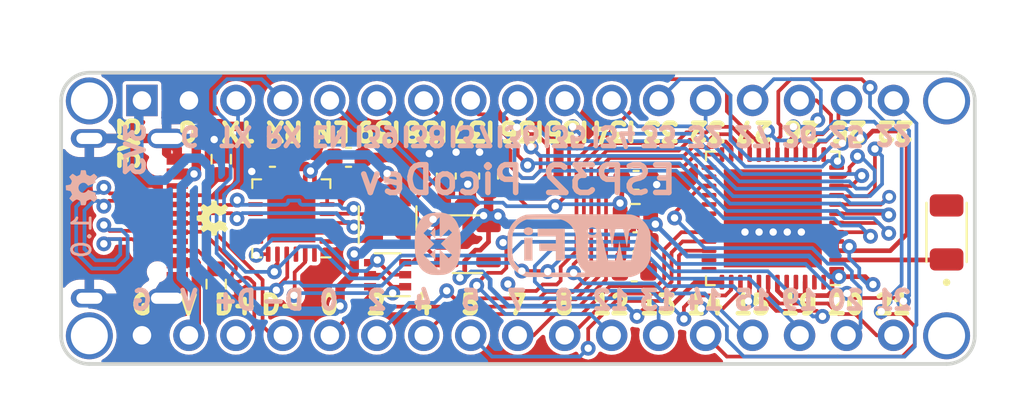
<source format=kicad_pcb>
(kicad_pcb (version 20211014) (generator pcbnew)
  (layers (0 "F.Cu" signal) (31 "B.Cu" signal) (34 "B.Paste" user) (35 "F.Paste" user) (36 "B.SilkS" user "B.Silkscreen") (37 "F.SilkS" user "F.Silkscreen") (38 "B.Mask" user) (39 "F.Mask" user) (44 "Edge.Cuts" user))
  (net 0 "")
  (net 1 "/LNA_IN")
  (net 2 "VBUS")
  (net 3 "GND")
  (net 4 "+3V3")
  (net 5 "/EN")
  (net 6 "Net-(C7-Pad1)")
  (net 7 "/D+")
  (net 8 "/D-")
  (net 9 "/IO0")
  (net 10 "/IO2")
  (net 11 "/IO4")
  (net 12 "/IO5")
  (net 13 "/IO7")
  (net 14 "/IO8")
  (net 15 "/IO12")
  (net 16 "/IO13")
  (net 17 "/IO14")
  (net 18 "/IO15")
  (net 19 "/IO19")
  (net 20 "/IO20")
  (net 21 "/IO21")
  (net 22 "/TX")
  (net 23 "/RX")
  (net 24 "/I39")
  (net 25 "/I38")
  (net 26 "/I37")
  (net 27 "/I36")
  (net 28 "/I35")
  (net 29 "/I34")
  (net 30 "/IO33")
  (net 31 "/IO32")
  (net 32 "/IO27")
  (net 33 "/IO26")
  (net 34 "/IO25")
  (net 35 "/IO22")
  (net 37 "Net-(J3-PadB5)")
  (net 38 "Net-(J3-PadA5)")
  (net 64 "/RTS")
  (net 66 "/DTR")
  (footprint "USB4105-GF-A:GCT_USB4105-GF-A" (layer "F.Cu") (at 125.456 91.715 -90)
    (fp_text reference "J3" hide)
    (fp_text value "USB4105-GF-A" hide)
  )
  (footprint "Package_TO_SOT_SMD:SOT-23-5" (layer "F.Cu") (at 145.903 93.112)
    (fp_text reference "U1" hide)
    (fp_text value "AP2112K-3.3" hide)
  )
  (footprint "2450AT18A100E:ANTC3216X140N" (layer "F.Cu") (at 171.811 92.477 90)
    (fp_text reference "AE1" hide)
    (fp_text value "2450AT18A100E" hide)
  )
  (footprint "Capacitor_SMD:C_0603_1608Metric" (layer "F.Cu") (at 144.76 89.429 90)
    (fp_text reference "C1" hide)
    (fp_text value "1uF" hide)
  )
  (footprint "Displays:WiFi Logo" (layer "F.Cu") (at 151.765 93.1926)
    (fp_text reference "REF**" hide)
    (fp_text value "WiFi Logo" hide)
  )
  (footprint "Package_TO_SOT_SMD:SOT-143" (layer "F.Cu") (at 141.585 91.715 90)
    (fp_text reference "D1" hide)
    (fp_text value "SP0503BAHT" hide)
  )
  (footprint "Package_TO_SOT_SMD:SOT-363_SC-70-6" (layer "F.Cu") (at 141.585 94.763 180)
    (fp_text reference "Q1" hide)
    (fp_text value "MUN5211DW1" hide)
  )
  (footprint "Capacitor_SMD:C_0603_1608Metric" (layer "F.Cu") (at 139.4714 88.4174)
    (fp_text reference "C7" hide)
    (fp_text value "0.1uF" hide)
  )
  (footprint "Resistor_SMD:R_0603_1608Metric" (layer "F.Cu") (at 154.984 91.461 180)
    (fp_text reference "R1" hide)
    (fp_text value "10k" hide)
  )
  (footprint "Package_DFN_QFN:QFN-24-1EP_4x4mm_P0.5mm_EP2.6x2.6mm" (layer "F.Cu") (at 136.378 91.715 180)
    (fp_text reference "U3" hide)
    (fp_text value "CP2104" hide)
  )
  (footprint "Capacitor_SMD:C_0603_1608Metric" (layer "F.Cu") (at 155.0216 89.6606)
    (fp_text reference "C5" hide)
    (fp_text value "1uF" hide)
  )
  (footprint "Displays:MountingHole2.54" (layer "F.Cu") (at 171.684 92.858)
    (fp_text reference "H1" hide)
    (fp_text value "MountingHole" hide)
  )
  (footprint "Displays:MountingHole2.54" (layer "F.Cu") (at 125.329 80.158)
    (fp_text reference "H3" hide)
    (fp_text value "MountingHole" hide)
  )
  (footprint "Capacitor_SMD:C_0603_1608Metric" (layer "F.Cu") (at 155.014 92.9805)
    (fp_text reference "C3" hide)
    (fp_text value "0.1uF" hide)
  )
  (footprint "Displays:MountingHole2.54" (layer "F.Cu") (at 171.684 80.158)
    (fp_text reference "H2" hide)
    (fp_text value "MountingHole" hide)
  )
  (footprint "Capacitor_SMD:C_0603_1608Metric" (layer "F.Cu") (at 135.3566 88.4174)
    (fp_text reference "C6" hide)
    (fp_text value "1uF" hide)
  )
  (footprint "Resistor_SMD:R_0603_1608Metric" (layer "F.Cu") (at 132.314 95.271 -90)
    (fp_text reference "R3" hide)
    (fp_text value "5.1k" hide)
  )
  (footprint "Capacitor_SMD:C_0603_1608Metric" (layer "F.Cu") (at 147.046 89.429 90)
    (fp_text reference "C4" hide)
    (fp_text value "1uF" hide)
  )
  (footprint "Displays:Bluetooth logo" (layer "F.Cu") (at 144.2974 93.091)
    (fp_text reference "REF**" hide)
    (fp_text value "Bluetooth logo" hide)
  )
  (footprint "Package_DFN_QFN:QFN-48-1EP_7x7mm_P0.5mm_EP5.3x5.3mm" (layer "F.Cu") (at 162.413 91.715 180)
    (fp_text reference "U2" hide)
    (fp_text value "ESP32_Pico_V3_02" hide)
  )
  (footprint "Capacitor_SMD:C_0603_1608Metric" (layer "F.Cu") (at 154.92 94.6105)
    (fp_text reference "C2" hide)
    (fp_text value "10uF" hide)
  )
  (footprint "Displays:MountingHole2.54" (layer "F.Cu") (at 125.329 92.858)
    (fp_text reference "H4" hide)
    (fp_text value "MountingHole" hide)
  )
  (footprint "Resistor_SMD:R_0603_1608Metric" (layer "F.Cu") (at 132.588 88.519 90)
    (fp_text reference "R2" hide)
    (fp_text value "5.1k" hide)
  )
  (footprint "Connector_PinHeader_2.54mm:PinHeader_1x17_P2.54mm_Vertical" (layer "B.Cu") (at 128.3008 85.3396 -90)
    (fp_text reference "J2" hide)
    (fp_text value "Conn_01x17_Male" hide)
  )
  (footprint "Connector_PinHeader_2.54mm:PinHeader_1x17_P2.54mm_Vertical" (layer "B.Cu") (at 128.3008 98.0396 -90)
    (fp_text reference "J1" hide)
    (fp_text value "Conn_01x17_Male" hide)
  )
  (gr_poly (pts (xy 124.188839 89.974804) (xy 124.189059 89.968687) (xy 124.189398 89.963096) (xy 124.189862 89.958008) (xy 124.190457 89.953399) (xy 124.191191 89.949245) (xy 124.192068 89.945523) (xy 124.193094 89.942209) (xy 124.194277 89.93928) (xy 124.195622 89.936712) (xy 124.197135 89.934481) (xy 124.198823 89.932565) (xy 124.200691 89.930939) (xy 124.202746 89.929579) (xy 124.204994 89.928463) (xy 124.20744 89.927566) (xy 124.210092 89.926866) (xy 124.212955 89.926337) (xy 124.216035 89.925958) (xy 124.219339 89.925704) (xy 124.222872 89.925552) (xy 124.230653 89.925459) (xy 124.239503 89.925059) (xy 124.251185 89.923915) (xy 124.265224 89.92211) (xy 124.281144 89.919726) (xy 124.298469 89.916846) (xy 124.316725 89.913552) (xy 124.335435 89.909928) (xy 124.354125 89.906056) (xy 124.369135 89.902854) (xy 124.382512 89.899786) (xy 124.394401 89.896739) (xy 124.404947 89.893598) (xy 124.414293 89.890252) (xy 124.418562 89.888465) (xy 124.422586 89.886584) (xy 124.426382 89.884595) (xy 124.429969 89.882483) (xy 124.433364 89.880234) (xy 124.436587 89.877834) (xy 124.439654 89.875268) (xy 124.442585 89.872523) (xy 124.445396 89.869584) (xy 124.448107 89.866437) (xy 124.450735 89.863068) (xy 124.453299 89.859463) (xy 124.455816 89.855607) (xy 124.458304 89.851486) (xy 124.463269 89.842392) (xy 124.468337 89.832069) (xy 124.473652 89.820402) (xy 124.479361 89.807278) (xy 124.485865 89.791227) (xy 124.492039 89.775115) (xy 124.497716 89.759374) (xy 124.502732 89.74444) (xy 124.506922 89.730745) (xy 124.508655 89.724499) (xy 124.510119 89.718725) (xy 124.511294 89.713479) (xy 124.512158 89.708814) (xy 124.512692 89.704784) (xy 124.512875 89.701445) (xy 124.512509 89.698314) (xy 124.511435 89.694255) (xy 124.509689 89.689333) (xy 124.507308 89.683613) (xy 124.500783 89.670036) (xy 124.492149 89.65404) (xy 124.481697 89.636143) (xy 124.469715 89.616861) (xy 124.456492 89.59671) (xy 124.442319 89.576209) (xy 124.371764 89.477431) (xy 124.454666 89.392764) (xy 124.471716 89.375959) (xy 124.488208 89.360187) (xy 124.503749 89.345821) (xy 124.51104 89.339282) (xy 124.517946 89.333233) (xy 124.524418 89.327722) (xy 124.530407 89.322794) (xy 124.535863 89.318498) (xy 124.540739 89.314878) (xy 124.544984 89.311981) (xy 124.548549 89.309855) (xy 124.550061 89.309095) (xy 124.551385 89.308545) (xy 124.552515 89.30821) (xy 124.553444 89.308098) (xy 124.555565 89.308464) (xy 124.558584 89.309538) (xy 124.562451 89.311284) (xy 124.567114 89.313665) (xy 124.578621 89.32019) (xy 124.592691 89.328823) (xy 124.60891 89.339276) (xy 124.626866 89.351258) (xy 124.646145 89.36448) (xy 124.666333 89.378653) (xy 124.698555 89.401308) (xy 124.711892 89.410372) (xy 124.723687 89.41801) (xy 124.729078 89.421313) (xy 124.734169 89.424284) (xy 124.73899 89.426928) (xy 124.743569 89.429255) (xy 124.747934 89.431271) (xy 124.752116 89.432986) (xy 124.756141 89.434406) (xy 124.76004 89.435539) (xy 124.76384 89.436393) (xy 124.767571 89.436975) (xy 124.771261 89.437294) (xy 124.77494 89.437358) (xy 124.778635 89.437173) (xy 124.782376 89.436748) (xy 124.786191 89.43609) (xy 124.790109 89.435208) (xy 124.794158 89.434109) (xy 124.798369 89.4328) (xy 124.807386 89.429586) (xy 124.81739 89.425627) (xy 124.828611 89.420987) (xy 124.845621 89.413733) (xy 124.861591 89.406531) (xy 124.876511 89.399391) (xy 124.890375 89.392323) (xy 124.903174 89.385338) (xy 124.9149 89.378446) (xy 124.925547 89.371658) (xy 124.930463 89.368306) (xy 124.935106 89.364983) (xy 124.939475 89.361691) (xy 124.943569 89.358432) (xy 124.947387 89.355206) (xy 124.950929 89.352016) (xy 124.954193 89.348861) (xy 124.957178 89.345744) (xy 124.959883 89.342665) (xy 124.962308 89.339627) (xy 124.964451 89.33663) (xy 124.966312 89.333676) (xy 124.967889 89.330765) (xy 124.969181 89.3279) (xy 124.970188 89.325081) (xy 124.970908 89.32231) (xy 124.971341 89.319589) (xy 124.971486 89.316917) (xy 124.971886 89.309965) (xy 124.973029 89.299995) (xy 124.974835 89.287462) (xy 124.977219 89.27282) (xy 124.983392 89.23903) (xy 124.990889 89.202264) (xy 125.010291 89.11407) (xy 125.130236 89.11407) (xy 125.174375 89.114142) (xy 125.192201 89.114593) (xy 125.207516 89.115641) (xy 125.214306 89.116464) (xy 125.220558 89.117526) (xy 125.2263 89.118857) (xy 125.231563 89.120488) (xy 125.236377 89.122448) (xy 125.24077 89.124768) (xy 125.244773 89.127477) (xy 125.248416 89.130606) (xy 125.251729 89.134185) (xy 125.25474 89.138243) (xy 125.25748 89.14281) (xy 125.259978 89.147918) (xy 125.262265 89.153595) (xy 125.264369 89.159872) (xy 125.26815 89.174345) (xy 125.271559 89.191578) (xy 125.274833 89.211811) (xy 125.28193 89.262237) (xy 125.283874 89.276588) (xy 125.28582 89.289325) (xy 125.287895 89.30061) (xy 125.290226 89.310606) (xy 125.29294 89.319475) (xy 125.294479 89.323538) (xy 125.296162 89.32738) (xy 125.298004 89.331022) (xy 125.30002 89.334484) (xy 125.302227 89.337787) (xy 125.30464 89.34095) (xy 125.307276 89.343995) (xy 125.31015 89.346941) (xy 125.313277 89.349809) (xy 125.316674 89.352619) (xy 125.320357 89.355391) (xy 125.324341 89.358147) (xy 125.333276 89.363688) (xy 125.343607 89.369404) (xy 125.355459 89.37546) (xy 125.384236 89.389237) (xy 125.402764 89.397639) (xy 125.421002 89.405525) (xy 125.438496 89.412708) (xy 125.454791 89.419002) (xy 125.469433 89.424222) (xy 125.475992 89.42637) (xy 125.481966 89.42818) (xy 125.4873 89.429628) (xy 125.491936 89.430691) (xy 125.495818 89.431346) (xy 125.498889 89.43157) (xy 125.501648 89.431245) (xy 125.505252 89.430292) (xy 125.509636 89.428744) (xy 125.514736 89.426637) (xy 125.526825 89.420873) (xy 125.541002 89.41327) (xy 125.556749 89.404095) (xy 125.573551 89.393619) (xy 125.59089 89.382109) (xy 125.60825 89.369834) (xy 125.625954 89.357559) (xy 125.643059 89.346049) (xy 125.65913 89.335572) (xy 125.673734 89.326398) (xy 125.686436 89.318795) (xy 125.691938 89.315666) (xy 125.696803 89.313031) (xy 125.700974 89.310923) (xy 125.704399 89.309376) (xy 125.707023 89.308423) (xy 125.708017 89.30818) (xy 125.708791 89.308098) (xy 125.71054 89.308545) (xy 125.713105 89.309855) (xy 125.716434 89.311981) (xy 125.720477 89.314878) (xy 125.730495 89.322794) (xy 125.742746 89.333233) (xy 125.756816 89.345821) (xy 125.772291 89.360187) (xy 125.788759 89.375959) (xy 125.805805 89.392764) (xy 125.888708 89.477431) (xy 125.818153 89.579737) (xy 125.80603 89.596903) (xy 125.795422 89.612141) (xy 125.786271 89.625633) (xy 125.77852 89.637559) (xy 125.775152 89.642991) (xy 125.772113 89.6481) (xy 125.769396 89.652908) (xy 125.766993 89.657437) (xy 125.764897 89.661711) (xy 125.763102 89.665751) (xy 125.761601 89.669581) (xy 125.760385 89.673223) (xy 125.759449 89.676699) (xy 125.758784 89.680033) (xy 125.758384 89.683246) (xy 125.758242 89.686362) (xy 125.758351 89.689403) (xy 125.758703 89.692392) (xy 125.759292 89.695351) (xy 125.76011 89.698303) (xy 125.76115 89.70127) (xy 125.762405 89.704276) (xy 125.763868 89.707342) (xy 125.765532 89.710492) (xy 125.76739 89.713747) (xy 125.769435 89.717131) (xy 125.774055 89.724375) (xy 125.779244 89.732861) (xy 125.784143 89.740995) (xy 125.788628 89.748591) (xy 125.792576 89.755464) (xy 125.795863 89.761427) (xy 125.797219 89.76401) (xy 125.798364 89.766295) (xy 125.799281 89.76826) (xy 125.799955 89.769882) (xy 125.800371 89.771136) (xy 125.800478 89.771618) (xy 125.800514 89.772) (xy 125.799456 89.773108) (xy 125.796355 89.775073) (xy 125.784446 89.781371) (xy 125.765632 89.79048) (xy 125.740762 89.801987) (xy 125.676242 89.830539) (xy 125.597666 89.863723) (xy 125.396583 89.946625) (xy 125.336611 89.883125) (xy 125.317617 89.864565) (xy 125.29835 89.847917) (xy 125.278824 89.83319) (xy 125.259055 89.820397) (xy 125.239059 89.809547) (xy 125.22898 89.804853) (xy 125.218851 89.80065) (xy 125.208672 89.796937) (xy 125.198446 89.793717) (xy 125.188175 89.79099) (xy 125.177861 89.788757) (xy 125.167505 89.787021) (xy 125.15711 89.785783) (xy 125.146678 89.785042) (xy 125.13621 89.784802) (xy 125.125708 89.785064) (xy 125.115175 89.785827) (xy 125.104612 89.787095) (xy 125.094021 89.788868) (xy 125.083404 89.791147) (xy 125.072764 89.793934) (xy 125.062101 89.79723) (xy 125.051419 89.801036) (xy 125.040718 89.805353) (xy 125.030002 89.810184) (xy 125.008528 89.821389) (xy 124.991226 89.831621) (xy 124.975041 89.842473) (xy 124.959972 89.853945) (xy 124.94602 89.866038) (xy 124.933183 89.87875) (xy 124.921463 89.892083) (xy 124.910859 89.906035) (xy 124.901371 89.920608) (xy 124.893 89.935801) (xy 124.885744 89.951614) (xy 124.879605 89.968047) (xy 124.874582 89.9851) (xy 124.870676 90.002774) (xy 124.867885 90.021067) (xy 124.866211 90.039981) (xy 124.865653 90.059514) (xy 124.866503 90.083234) (xy 124.869003 90.106087) (xy 124.873075 90.128043) (xy 124.878644 90.149073) (xy 124.885633 90.169147) (xy 124.893965 90.188235) (xy 124.903564 90.206308) (xy 124.914352 90.223335) (xy 124.926255 90.239288) (xy 124.939195 90.254136) (xy 124.953095 90.26785) (xy 124.967879 90.2804) (xy 124.983471 90.291756) (xy 124.999793 90.301889) (xy 125.01677 90.310768) (xy 125.034324 90.318365) (xy 125.05238 90.324649) (xy 125.070861 90.329591) (xy 125.08969 90.333161) (xy 125.10879 90.335329) (xy 125.128086 90.336065) (xy 125.1475 90.335341) (xy 125.166956 90.333125) (xy 125.186377 90.329389) (xy 125.205688 90.324103) (xy 125.22481 90.317237) (xy 125.243669 90.308761) (xy 125.262187 90.298645) (xy 125.280287 90.286861) (xy 125.297894 90.273377) (xy 125.31493 90.258165) (xy 125.331319 90.241195) (xy 125.393055 90.174167) (xy 125.578264 90.253542) (xy 125.615994 90.269031) (xy 125.651906 90.283528) (xy 125.685172 90.296702) (xy 125.714965 90.308223) (xy 125.740459 90.317759) (xy 125.760826 90.32498) (xy 125.77524 90.329555) (xy 125.779957 90.330747) (xy 125.782875 90.331153) (xy 125.786884 90.331364) (xy 125.790313 90.332014) (xy 125.791808 90.332512) (xy 125.793157 90.33313) (xy 125.794359 90.33387) (xy 125.795415 90.334736) (xy 125.796323 90.335731) (xy 125.797084 90.336859) (xy 125.797696 90.338122) (xy 125.798161 90.339525) (xy 125.798476 90.341069) (xy 125.798643 90.342759) (xy 125.798661 90.344597) (xy 125.798529 90.346587) (xy 125.797816 90.351036) (xy 125.7965 90.35613) (xy 125.79458 90.361896) (xy 125.792052 90.36836) (xy 125.788915 90.375548) (xy 125.785166 90.383484) (xy 125.780801 90.392196) (xy 125.775819 90.401709) (xy 125.771838 90.4087) (xy 125.768523 90.415224) (xy 125.765921 90.421432) (xy 125.764078 90.427478) (xy 125.763457 90.430487) (xy 125.763042 90.433513) (xy 125.762841 90.436575) (xy 125.762859 90.439691) (xy 125.763101 90.442881) (xy 125.763574 90.446163) (xy 125.764284 90.449557) (xy 125.765236 90.453082) (xy 125.767889 90.4606) (xy 125.771582 90.468871) (xy 125.776359 90.478046) (xy 125.782268 90.488277) (xy 125.789356 90.499718) (xy 125.797668 90.51252) (xy 125.818153 90.54282) (xy 125.88518 90.639834) (xy 125.800514 90.735084) (xy 125.715847 90.82857) (xy 125.610014 90.75625) (xy 125.50418 90.683931) (xy 125.40893 90.722736) (xy 125.37265 90.738226) (xy 125.357798 90.744999) (xy 125.344907 90.7514) (xy 125.333804 90.757635) (xy 125.328868 90.760756) (xy 125.324315 90.763912) (xy 125.320123 90.767131) (xy 125.316269 90.770437) (xy 125.312732 90.773857) (xy 125.309491 90.777417) (xy 125.306524 90.781142) (xy 125.303809 90.785058) (xy 125.301324 90.789191) (xy 125.299049 90.793568) (xy 125.296961 90.798212) (xy 125.295038 90.803152) (xy 125.29326 90.808412) (xy 125.291604 90.814018) (xy 125.288573 90.826372) (xy 125.285772 90.840421) (xy 125.283027 90.856372) (xy 125.280166 90.874431) (xy 125.273579 90.916351) (xy 125.270462 90.933311) (xy 125.267158 90.947853) (xy 125.265365 90.954275) (xy 125.263441 90.960162) (xy 125.261356 90.965538) (xy 125.259082 90.970425) (xy 125.256592 90.974847) (xy 125.253856 90.978828) (xy 125.250847 90.982389) (xy 125.247535 90.985556) (xy 125.243892 90.98835) (xy 125.23989 90.990796) (xy 125.2355 90.992916) (xy 125.230695 90.994734) (xy 125.225445 90.996272) (xy 125.219722 90.997555) (xy 125.213498 90.998605) (xy 125.206745 90.999447) (xy 125.191535 91.000594) (xy 125.173865 91.001183) (xy 125.130236 91.001431) (xy 125.010291 91.001431) (xy 124.990889 90.913236) (xy 124.987016 90.894709) (xy 124.983392 90.87647) (xy 124.980099 90.858976) (xy 124.977219 90.842681) (xy 124.974835 90.828039) (xy 124.973029 90.815506) (xy 124.971886 90.805536) (xy 124.971588 90.801654) (xy 124.971486 90.798584) (xy 124.971399 90.797225) (xy 124.97114 90.795798) (xy 124.970714 90.794305) (xy 124.970125 90.792751) (xy 124.968475 90.789472) (xy 124.966222 90.785988) (xy 124.963401 90.782329) (xy 124.960045 90.778523) (xy 124.956188 90.774598) (xy 124.951863 90.770582) (xy 124.947104 90.766504) (xy 124.941944 90.762393) (xy 124.936418 90.758277) (xy 124.930558 90.754183) (xy 124.924399 90.750142) (xy 124.917973 90.74618) (xy 124.911315 90.742327) (xy 124.904458 90.738611) (xy 124.882267 90.727763) (xy 124.862449 90.718382) (xy 124.844687 90.710489) (xy 124.828666 90.704105) (xy 124.82121 90.701486) (xy 124.814072 90.699251) (xy 124.807211 90.697404) (xy 124.800589 90.695947) (xy 124.794165 90.694883) (xy 124.787901 90.694215) (xy 124.781757 90.693944) (xy 124.775694 90.694073) (xy 124.769673 90.694606) (xy 124.763653 90.695544) (xy 124.757596 90.696891) (xy 124.751461 90.698648) (xy 124.745211 90.700819) (xy 124.738805 90.703406) (xy 124.732204 90.706411) (xy 124.725368 90.709838) (xy 124.710836 90.717965) (xy 124.694893 90.727808) (xy 124.677224 90.739387) (xy 124.657514 90.752723) (xy 124.553444 90.823278) (xy 124.46525 90.731556) (xy 124.377055 90.639834) (xy 124.451139 90.535764) (xy 124.525222 90.431695) (xy 124.48818 90.336445) (xy 124.484134 90.326925) (xy 124.479954 90.317583) (xy 124.47567 90.308474) (xy 124.471313 90.299651) (xy 124.466916 90.29117) (xy 124.462508 90.283084) (xy 124.45812 90.275447) (xy 124.453785 90.268315) (xy 124.449532 90.26174) (xy 124.445392 90.255778) (xy 124.441398 90.250482) (xy 124.437579 90.245908) (xy 124.433967 90.242108) (xy 124.432248 90.240516) (xy 124.430592 90.239138) (xy 124.429004 90.237981) (xy 124.427486 90.237052) (xy 124.426044 90.236357) (xy 124.42468 90.235903) (xy 124.417415 90.233605) (xy 124.406573 90.230749) (xy 124.376394 90.223776) (xy 124.338608 90.215811) (xy 124.29768 90.207681) (xy 124.197139 90.188278) (xy 124.191847 90.070098) (xy 124.190636 90.04551) (xy 124.18968 90.023875) (xy 124.189029 90.005005) (xy 124.188733 89.988711) (xy 124.188732 89.981471)) (layer "B.SilkS") (width 0.01) (fill solid))
  (gr_poly (pts (xy 131.261017 91.618109) (xy 131.261237 91.611992) (xy 131.261576 91.606401) (xy 131.26204 91.601313) (xy 131.262635 91.596704) (xy 131.263369 91.59255) (xy 131.264246 91.588828) (xy 131.265272 91.585514) (xy 131.266455 91.582585) (xy 131.2678 91.580017) (xy 131.269313 91.577786) (xy 131.271001 91.57587) (xy 131.272869 91.574244) (xy 131.274924 91.572884) (xy 131.277172 91.571768) (xy 131.279618 91.570871) (xy 131.28227 91.570171) (xy 131.285133 91.569642) (xy 131.288213 91.569263) (xy 131.291517 91.569009) (xy 131.29505 91.568857) (xy 131.302831 91.568764) (xy 131.311681 91.568364) (xy 131.323363 91.56722) (xy 131.337402 91.565415) (xy 131.353322 91.563031) (xy 131.370647 91.560151) (xy 131.388903 91.556857) (xy 131.407613 91.553233) (xy 131.426303 91.549361) (xy 131.441313 91.546159) (xy 131.45469 91.543091) (xy 131.466579 91.540044) (xy 131.477125 91.536903) (xy 131.486471 91.533557) (xy 131.49074 91.53177) (xy 131.494764 91.529889) (xy 131.49856 91.5279) (xy 131.502147 91.525788) (xy 131.505542 91.523539) (xy 131.508765 91.521139) (xy 131.511832 91.518573) (xy 131.514763 91.515828) (xy 131.517574 91.512889) (xy 131.520285 91.509742) (xy 131.522913 91.506373) (xy 131.525477 91.502768) (xy 131.527994 91.498912) (xy 131.530482 91.494791) (xy 131.535447 91.485697) (xy 131.540515 91.475374) (xy 131.54583 91.463707) (xy 131.551539 91.450583) (xy 131.558043 91.434532) (xy 131.564217 91.41842) (xy 131.569894 91.402679) (xy 131.57491 91.387745) (xy 131.5791 91.37405) (xy 131.580833 91.367804) (xy 131.582297 91.36203) (xy 131.583472 91.356784) (xy 131.584336 91.352119) (xy 131.58487 91.348089) (xy 131.585053 91.34475) (xy 131.584687 91.341619) (xy 131.583613 91.33756) (xy 131.581867 91.332638) (xy 131.579486 91.326918) (xy 131.572961 91.313341) (xy 131.564327 91.297345) (xy 131.553875 91.279448) (xy 131.541893 91.260166) (xy 131.52867 91.240015) (xy 131.514497 91.219514) (xy 131.443942 91.120736) (xy 131.526844 91.036069) (xy 131.543894 91.019264) (xy 131.560386 91.003492) (xy 131.575927 90.989126) (xy 131.583218 90.982587) (xy 131.590124 90.976538) (xy 131.596596 90.971027) (xy 131.602585 90.966099) (xy 131.608041 90.961803) (xy 131.612917 90.958183) (xy 131.617162 90.955286) (xy 131.620727 90.95316) (xy 131.622239 90.9524) (xy 131.623563 90.95185) (xy 131.624693 90.951515) (xy 131.625622 90.951403) (xy 131.627743 90.951769) (xy 131.630762 90.952843) (xy 131.634629 90.954589) (xy 131.639292 90.95697) (xy 131.650799 90.963495) (xy 131.664869 90.972128) (xy 131.681088 90.982581) (xy 131.699044 90.994563) (xy 131.718323 91.007785) (xy 131.738511 91.021958) (xy 131.770733 91.044613) (xy 131.78407 91.053677) (xy 131.795865 91.061315) (xy 131.801256 91.064618) (xy 131.806347 91.067589) (xy 131.811168 91.070233) (xy 131.815747 91.07256) (xy 131.820112 91.074576) (xy 131.824294 91.076291) (xy 131.828319 91.077711) (xy 131.832218 91.078844) (xy 131.836018 91.079698) (xy 131.839749 91.08028) (xy 131.843439 91.080599) (xy 131.847118 91.080663) (xy 131.850813 91.080478) (xy 131.854554 91.080053) (xy 131.858369 91.079395) (xy 131.862287 91.078513) (xy 131.866336 91.077414) (xy 131.870547 91.076105) (xy 131.879564 91.072891) (xy 131.889568 91.068932) (xy 131.900789 91.064292) (xy 131.917799 91.057038) (xy 131.933769 91.049836) (xy 131.948689 91.042696) (xy 131.962553 91.035628) (xy 131.975352 91.028643) (xy 131.987078 91.021751) (xy 131.997725 91.014963) (xy 132.002641 91.011611) (xy 132.007284 91.008288) (xy 132.011653 91.004996) (xy 132.015747 91.001737) (xy 132.019565 90.998511) (xy 132.023107 90.995321) (xy 132.026371 90.992166) (xy 132.029356 90.989049) (xy 132.032061 90.98597) (xy 132.034486 90.982932) (xy 132.036629 90.979935) (xy 132.03849 90.976981) (xy 132.040067 90.97407) (xy 132.041359 90.971205) (xy 132.042366 90.968386) (xy 132.043086 90.965615) (xy 132.043519 90.962894) (xy 132.043664 90.960222) (xy 132.044064 90.95327) (xy 132.045207 90.9433) (xy 132.047013 90.930767) (xy 132.049397 90.916125) (xy 132.05557 90.882335) (xy 132.063067 90.845569) (xy 132.082469 90.757375) (xy 132.202414 90.757375) (xy 132.246553 90.757447) (xy 132.264379 90.757898) (xy 132.279694 90.758946) (xy 132.286484 90.759769) (xy 132.292736 90.760831) (xy 132.298478 90.762162) (xy 132.303741 90.763793) (xy 132.308555 90.765753) (xy 132.312948 90.768073) (xy 132.316951 90.770782) (xy 132.320594 90.773911) (xy 132.323907 90.77749) (xy 132.326918 90.781548) (xy 132.329658 90.786115) (xy 132.332156 90.791223) (xy 132.334443 90.7969) (xy 132.336547 90.803177) (xy 132.340328 90.81765) (xy 132.343737 90.834883) (xy 132.347011 90.855116) (xy 132.354108 90.905542) (xy 132.356052 90.919893) (xy 132.357998 90.93263) (xy 132.360073 90.943915) (xy 132.362404 90.953911) (xy 132.365118 90.96278) (xy 132.366657 90.966843) (xy 132.36834 90.970685) (xy 132.370182 90.974327) (xy 132.372198 90.977789) (xy 132.374405 90.981092) (xy 132.376818 90.984255) (xy 132.379454 90.9873) (xy 132.382328 90.990246) (xy 132.385455 90.993114) (xy 132.388852 90.995924) (xy 132.392535 90.998696) (xy 132.396519 91.001452) (xy 132.405454 91.006993) (xy 132.415785 91.012709) (xy 132.427637 91.018765) (xy 132.456414 91.032542) (xy 132.474942 91.040944) (xy 132.49318 91.04883) (xy 132.510674 91.056013) (xy 132.526969 91.062307) (xy 132.541611 91.067527) (xy 132.54817 91.069675) (xy 132.554144 91.071485) (xy 132.559478 91.072933) (xy 132.564114 91.073996) (xy 132.567996 91.074651) (xy 132.571067 91.074875) (xy 132.573826 91.07455) (xy 132.57743 91.073597) (xy 132.581814 91.072049) (xy 132.586914 91.069942) (xy 132.599003 91.064178) (xy 132.61318 91.056575) (xy 132.628927 91.0474) (xy 132.645729 91.036924) (xy 132.663068 91.025414) (xy 132.680428 91.013139) (xy 132.698132 91.000864) (xy 132.715237 90.989354) (xy 132.731308 90.978877) (xy 132.745912 90.969703) (xy 132.758614 90.9621) (xy 132.764116 90.958971) (xy 132.768981 90.956336) (xy 132.773152 90.954228) (xy 132.776577 90.952681) (xy 132.779201 90.951728) (xy 132.780195 90.951485) (xy 132.780969 90.951403) (xy 132.782718 90.95185) (xy 132.785283 90.95316) (xy 132.788612 90.955286) (xy 132.792655 90.958183) (xy 132.802673 90.966099) (xy 132.814924 90.976538) (xy 132.828994 90.989126) (xy 132.844469 91.003492) (xy 132.860937 91.019264) (xy 132.877983 91.036069) (xy 132.960886 91.120736) (xy 132.890331 91.223042) (xy 132.878208 91.240208) (xy 132.8676 91.255446) (xy 132.858449 91.268938) (xy 132.850698 91.280864) (xy 132.84733 91.286296) (xy 132.844291 91.291405) (xy 132.841574 91.296213) (xy 132.839171 91.300742) (xy 132.837075 91.305016) (xy 132.83528 91.309056) (xy 132.833779 91.312886) (xy 132.832563 91.316528) (xy 132.831627 91.320004) (xy 132.830962 91.323338) (xy 132.830562 91.326551) (xy 132.83042 91.329667) (xy 132.830529 91.332708) (xy 132.830881 91.335697) (xy 132.83147 91.338656) (xy 132.832288 91.341608) (xy 132.833328 91.344575) (xy 132.834583 91.347581) (xy 132.836046 91.350647) (xy 132.83771 91.353797) (xy 132.839568 91.357052) (xy 132.841613 91.360436) (xy 132.846233 91.36768) (xy 132.851422 91.376166) (xy 132.856321 91.3843) (xy 132.860806 91.391896) (xy 132.864754 91.398769) (xy 132.868041 91.404732) (xy 132.869397 91.407315) (xy 132.870542 91.4096) (xy 132.871459 91.411565) (xy 132.872133 91.413187) (xy 132.872549 91.414441) (xy 132.872656 91.414923) (xy 132.872692 91.415305) (xy 132.871634 91.416413) (xy 132.868533 91.418378) (xy 132.856624 91.424676) (xy 132.83781 91.433785) (xy 132.81294 91.445292) (xy 132.74842 91.473844) (xy 132.669844 91.507028) (xy 132.468761 91.58993) (xy 132.408789 91.52643) (xy 132.389795 91.50787) (xy 132.370528 91.491222) (xy 132.351002 91.476495) (xy 132.331233 91.463702) (xy 132.311237 91.452852) (xy 132.301158 91.448158) (xy 132.291029 91.443955) (xy 132.28085 91.440242) (xy 132.270624 91.437022) (xy 132.260353 91.434295) (xy 132.250039 91.432062) (xy 132.239683 91.430326) (xy 132.229288 91.429088) (xy 132.218856 91.428347) (xy 132.208388 91.428107) (xy 132.197886 91.428369) (xy 132.187353 91.429132) (xy 132.17679 91.4304) (xy 132.166199 91.432173) (xy 132.155582 91.434452) (xy 132.144942 91.437239) (xy 132.134279 91.440535) (xy 132.123597 91.444341) (xy 132.112896 91.448658) (xy 132.10218 91.453489) (xy 132.080706 91.464694) (xy 132.063404 91.474926) (xy 132.047219 91.485778) (xy 132.03215 91.49725) (xy 132.018198 91.509343) (xy 132.005361 91.522055) (xy 131.993641 91.535388) (xy 131.983037 91.54934) (xy 131.973549 91.563913) (xy 131.965178 91.579106) (xy 131.957922 91.594919) (xy 131.951783 91.611352) (xy 131.94676 91.628405) (xy 131.942854 91.646079) (xy 131.940063 91.664372) (xy 131.938389 91.683286) (xy 131.937831 91.702819) (xy 131.938681 91.726539) (xy 131.941181 91.749392) (xy 131.945253 91.771348) (xy 131.950822 91.792378) (xy 131.957811 91.812452) (xy 131.966143 91.83154) (xy 131.975742 91.849613) (xy 131.98653 91.86664) (xy 131.998433 91.882593) (xy 132.011373 91.897441) (xy 132.025273 91.911155) (xy 132.040057 91.923705) (xy 132.055649 91.935061) (xy 132.071971 91.945194) (xy 132.088948 91.954073) (xy 132.106502 91.96167) (xy 132.124558 91.967954) (xy 132.143039 91.972896) (xy 132.161868 91.976466) (xy 132.180968 91.978634) (xy 132.200264 91.97937) (xy 132.219678 91.978646) (xy 132.239134 91.97643) (xy 132.258555 91.972694) (xy 132.277866 91.967408) (xy 132.296988 91.960542) (xy 132.315847 91.952066) (xy 132.334365 91.94195) (xy 132.352465 91.930166) (xy 132.370072 91.916682) (xy 132.387108 91.90147) (xy 132.403497 91.8845) (xy 132.465233 91.817472) (xy 132.650442 91.896847) (xy 132.688172 91.912336) (xy 132.724084 91.926833) (xy 132.75735 91.940007) (xy 132.787143 91.951528) (xy 132.812637 91.961064) (xy 132.833004 91.968285) (xy 132.847418 91.97286) (xy 132.852135 91.974052) (xy 132.855053 91.974458) (xy 132.859062 91.974669) (xy 132.862491 91.975319) (xy 132.863986 91.975817) (xy 132.865335 91.976435) (xy 132.866537 91.977175) (xy 132.867593 91.978041) (xy 132.868501 91.979036) (xy 132.869262 91.980164) (xy 132.869874 91.981427) (xy 132.870339 91.98283) (xy 132.870654 91.984374) (xy 132.870821 91.986064) (xy 132.870839 91.987902) (xy 132.870707 91.989892) (xy 132.869994 91.994341) (xy 132.868678 91.999435) (xy 132.866758 92.005201) (xy 132.86423 92.011665) (xy 132.861093 92.018853) (xy 132.857344 92.026789) (xy 132.852979 92.035501) (xy 132.847997 92.045014) (xy 132.844016 92.052005) (xy 132.840701 92.058529) (xy 132.838099 92.064737) (xy 132.836256 92.070783) (xy 132.835635 92.073792) (xy 132.83522 92.076818) (xy 132.835019 92.07988) (xy 132.835037 92.082996) (xy 132.835279 92.086186) (xy 132.835752 92.089468) (xy 132.836462 92.092862) (xy 132.837414 92.096387) (xy 132.840067 92.103905) (xy 132.84376 92.112176) (xy 132.848537 92.121351) (xy 132.854446 92.131582) (xy 132.861534 92.143023) (xy 132.869846 92.155825) (xy 132.890331 92.186125) (xy 132.957358 92.283139) (xy 132.872692 92.378389) (xy 132.788025 92.471875) (xy 132.682192 92.399555) (xy 132.576358 92.327236) (xy 132.481108 92.366041) (xy 132.444828 92.381531) (xy 132.429976 92.388304) (xy 132.417085 92.394705) (xy 132.405982 92.40094) (xy 132.401046 92.404061) (xy 132.396493 92.407217) (xy 132.392301 92.410436) (xy 132.388447 92.413742) (xy 132.38491 92.417162) (xy 132.381669 92.420722) (xy 132.378702 92.424447) (xy 132.375987 92.428363) (xy 132.373502 92.432496) (xy 132.371227 92.436873) (xy 132.369139 92.441517) (xy 132.367216 92.446457) (xy 132.365438 92.451717) (xy 132.363782 92.457323) (xy 132.360751 92.469677) (xy 132.35795 92.483726) (xy 132.355205 92.499677) (xy 132.352344 92.517736) (xy 132.345757 92.559656) (xy 132.34264 92.576616) (xy 132.339336 92.591158) (xy 132.337543 92.59758) (xy 132.335619 92.603467) (xy 132.333534 92.608843) (xy 132.33126 92.61373) (xy 132.32877 92.618152) (xy 132.326034 92.622133) (xy 132.323025 92.625694) (xy 132.319713 92.628861) (xy 132.31607 92.631655) (xy 132.312068 92.634101) (xy 132.307678 92.636221) (xy 132.302873 92.638039) (xy 132.297623 92.639577) (xy 132.2919 92.64086) (xy 132.285676 92.64191) (xy 132.278923 92.642752) (xy 132.263713 92.643899) (xy 132.246043 92.644488) (xy 132.202414 92.644736) (xy 132.082469 92.644736) (xy 132.063067 92.556541) (xy 132.059194 92.538014) (xy 132.05557 92.519775) (xy 132.052277 92.502281) (xy 132.049397 92.485986) (xy 132.047013 92.471344) (xy 132.045207 92.458811) (xy 132.044064 92.448841) (xy 132.043766 92.444959) (xy 132.043664 92.441889) (xy 132.043577 92.44053) (xy 132.043318 92.439103) (xy 132.042892 92.43761) (xy 132.042303 92.436056) (xy 132.040653 92.432777) (xy 132.0384 92.429293) (xy 132.035579 92.425634) (xy 132.032223 92.421828) (xy 132.028366 92.417903) (xy 132.024041 92.413887) (xy 132.019282 92.409809) (xy 132.014122 92.405698) (xy 132.008596 92.401582) (xy 132.002736 92.397488) (xy 131.996577 92.393447) (xy 131.990151 92.389485) (xy 131.983493 92.385632) (xy 131.976636 92.381916) (xy 131.954445 92.371068) (xy 131.934627 92.361687) (xy 131.916865 92.353794) (xy 131.900844 92.34741) (xy 131.893388 92.344791) (xy 131.88625 92.342556) (xy 131.879389 92.340709) (xy 131.872767 92.339252) (xy 131.866343 92.338188) (xy 131.860079 92.33752) (xy 131.853935 92.337249) (xy 131.847872 92.337378) (xy 131.841851 92.337911) (xy 131.835831 92.338849) (xy 131.829774 92.340196) (xy 131.823639 92.341953) (xy 131.817389 92.344124) (xy 131.810983 92.346711) (xy 131.804382 92.349716) (xy 131.797546 92.353143) (xy 131.783014 92.36127) (xy 131.767071 92.371113) (xy 131.749402 92.382692) (xy 131.729692 92.396028) (xy 131.625622 92.466583) (xy 131.537428 92.374861) (xy 131.449233 92.283139) (xy 131.523317 92.179069) (xy 131.5974 92.075) (xy 131.560358 91.97975) (xy 131.556312 91.97023) (xy 131.552132 91.960888) (xy 131.547848 91.951779) (xy 131.543491 91.942956) (xy 131.539094 91.934475) (xy 131.534686 91.926389) (xy 131.530298 91.918752) (xy 131.525963 91.91162) (xy 131.52171 91.905045) (xy 131.51757 91.899083) (xy 131.513576 91.893787) (xy 131.509757 91.889213) (xy 131.506145 91.885413) (xy 131.504426 91.883821) (xy 131.50277 91.882443) (xy 131.501182 91.881286) (xy 131.499664 91.880357) (xy 131.498222 91.879662) (xy 131.496858 91.879208) (xy 131.489593 91.87691) (xy 131.478751 91.874054) (xy 131.448572 91.867081) (xy 131.410786 91.859116) (xy 131.369858 91.850986) (xy 131.269317 91.831583) (xy 131.264025 91.713403) (xy 131.262814 91.688815) (xy 131.261858 91.66718) (xy 131.261207 91.64831) (xy 131.260911 91.632016) (xy 131.26091 91.624776)) (layer "F.SilkS") (width 0.01) (fill solid))
  (gr_line (start 125.456 99.589) (end 171.811 99.589) (layer "Edge.Cuts") (width 0.2))
  (gr_line (start 125.456 83.841) (end 171.811 83.841) (layer "Edge.Cuts") (width 0.2))
  (gr_arc (start 171.811 83.841) (mid 172.888631 84.287369) (end 173.335 85.365) (layer "Edge.Cuts") (width 0.2))
  (gr_arc (start 125.456 99.589) (mid 124.378369 99.142631) (end 123.932 98.065) (layer "Edge.Cuts") (width 0.2))
  (gr_line (start 173.335 98.065) (end 173.335 85.365) (layer "Edge.Cuts") (width 0.2))
  (gr_line (start 123.932 98.065) (end 123.932 85.365) (layer "Edge.Cuts") (width 0.2))
  (gr_arc (start 173.335 98.065) (mid 172.888631 99.142631) (end 171.811 99.589) (layer "Edge.Cuts") (width 0.2))
  (gr_arc (start 123.932 85.365) (mid 124.378369 84.287369) (end 125.456 83.841) (layer "Edge.Cuts") (width 0.2))
  (gr_text "I35" (at 151.1554 87.249 180) (layer "B.SilkS") (effects (font (size 1 1) (thickness 0.25)) (justify mirror)))
  (gr_text "14" (at 158.7246 96.139) (layer "B.SilkS") (effects (font (size 1 1) (thickness 0.25)) (justify mirror)))
  (gr_text "I36" (at 148.6154 87.249 180) (layer "B.SilkS") (effects (font (size 1 1) (thickness 0.25)) (justify mirror)))
  (gr_text "33" (at 156.2354 87.249 180) (layer "B.SilkS") (effects (font (size 1 1) (thickness 0.25)) (justify mirror)))
  (gr_text "4" (at 143.4846 96.139) (layer "B.SilkS") (effects (font (size 1 1) (thickness 0.25)) (justify mirror)))
  (gr_text "G" (at 130.8862 87.249 180) (layer "B.SilkS") (effects (font (size 1 1) (thickness 0.25)) (justify mirror)))
  (gr_text "G" (at 128.2954 96.139) (layer "B.SilkS") (effects (font (size 1 1) (thickness 0.25)) (justify mirror)))
  (gr_text "27" (at 161.3154 87.249 180) (layer "B.SilkS") (effects (font (size 1 1) (thickness 0.25)) (justify mirror)))
  (gr_text "V" (at 130.8354 96.139) (layer "B.SilkS") (effects (font (size 1 1) (thickness 0.25)) (justify mirror)))
  (gr_text "1.0" (at 125.0442 92.6846 90) (layer "B.SilkS") (effects (font (size 1 1)) (justify mirror)))
  (gr_text "26" (at 163.8554 87.249 180) (layer "B.SilkS") (effects (font (size 1 1) (thickness 0.25)) (justify mirror)))
  (gr_text "ESP32 PicoDev" (at 148.6154 89.6366) (layer "B.SilkS") (effects (font (size 1.5 1.5) (thickness 0.3)) (justify mirror)))
  (gr_text "D-" (at 135.9154 96.139) (layer "B.SilkS") (effects (font (size 1 1) (thickness 0.25)) (justify mirror)))
  (gr_text "3V3" (at 127.9398 88.011 90) (layer "B.SilkS") (effects (font (size 1 1) (thickness 0.25)) (justify mirror)))
  (gr_text "I34" (at 153.797 87.249 180) (layer "B.SilkS") (effects (font (size 1 1) (thickness 0.25)) (justify mirror)))
  (gr_text "20" (at 166.3446 96.139) (layer "B.SilkS") (effects (font (size 1 1) (thickness 0.25)) (justify mirror)))
  (gr_text "I38" (at 143.5354 87.249 180) (layer "B.SilkS") (effects (font (size 1 1) (thickness 0.25)) (justify mirror)))
  (gr_text "21" (at 168.9354 96.139) (layer "B.SilkS") (effects (font (size 1 1) (thickness 0.25)) (justify mirror)))
  (gr_text "I37" (at 146.0754 87.249 180) (layer "B.SilkS") (effects (font (size 1 1) (thickness 0.25)) (justify mirror)))
  (gr_text "22" (at 168.9354 87.1982 180) (layer "B.SilkS") (effects (font (size 1 1) (thickness 0.25)) (justify mirror)))
  (gr_text "I39" (at 140.9954 87.249 180) (layer "B.SilkS") (effects (font (size 1 1) (thickness 0.25)) (justify mirror)))
  (gr_text "13" (at 156.1846 96.139) (layer "B.SilkS") (effects (font (size 1 1) (thickness 0.25)) (justify mirror)))
  (gr_text "32" (at 158.7754 87.249 180) (layer "B.SilkS") (effects (font (size 1 1) (thickness 0.25)) (justify mirror)))
  (gr_text "25" (at 166.3954 87.249 180) (layer "B.SilkS") (effects (font (size 1 1) (thickness 0.25)) (justify mirror)))
  (gr_text "RX" (at 135.9154 87.249 180) (layer "B.SilkS") (effects (font (size 1 1) (thickness 0.25)) (justify mirror)))
  (gr_text "2" (at 140.9954 96.139) (layer "B.SilkS") (effects (font (size 1 1) (thickness 0.25)) (justify mirror)))
  (gr_text "D+" (at 133.3246 96.139) (layer "B.SilkS") (effects (font (size 1 1) (thickness 0.25)) (justify mirror)))
  (gr_text "EN" (at 138.4554 87.249 180) (layer "B.SilkS") (effects (font (size 1 1) (thickness 0.25)) (justify mirror)))
  (gr_text "15" (at 161.3154 96.139) (layer "B.SilkS") (effects (font (size 1 1) (thickness 0.25)) (justify mirror)))
  (gr_text "0" (at 138.4046 96.139) (layer "B.SilkS") (effects (font (size 1 1) (thickness 0.25)) (justify mirror)))
  (gr_text "19" (at 163.8554 96.139) (layer "B.SilkS") (effects (font (size 1 1) (thickness 0.25)) (justify mirror)))
  (gr_text "12" (at 153.6446 96.139) (layer "B.SilkS") (effects (font (size 1 1) (thickness 0.25)) (justify mirror)))
  (gr_text "8" (at 151.1046 96.139) (layer "B.SilkS") (effects (font (size 1 1) (thickness 0.25)) (justify mirror)))
  (gr_text "7" (at 148.5646 96.139) (layer "B.SilkS") (effects (font (size 1 1) (thickness 0.25)) (justify mirror)))
  (gr_text "TX" (at 133.3754 87.249 180) (layer "B.SilkS") (effects (font (size 1 1) (thickness 0.25)) (justify mirror)))
  (gr_text "5" (at 146.0754 96.139) (layer "B.SilkS") (effects (font (size 1 1) (thickness 0.25)) (justify mirror)))
  (gr_text "RX" (at 136.017 86.995 180) (layer "F.SilkS") (effects (font (size 1 1) (thickness 0.25))))
  (gr_text "4" (at 143.51 96.393) (layer "F.SilkS") (effects (font (size 1 1) (thickness 0.25))))
  (gr_text "20" (at 166.37 96.393) (layer "F.SilkS") (effects (font (size 1 1) (thickness 0.25))))
  (gr_text "27" (at 161.417 86.995 180) (layer "F.SilkS") (effects (font (size 1 1) (thickness 0.25))))
  (gr_text "15" (at 161.29 96.393) (layer "F.SilkS") (effects (font (size 1 1) (thickness 0.25))))
  (gr_text "21" (at 168.91 96.393) (layer "F.SilkS") (effects (font (size 1 1) (thickness 0.25))))
  (gr_text "I39" (at 141.097 86.995 180) (layer "F.SilkS") (effects (font (size 1 1) (thickness 0.25))))
  (gr_text "5" (at 146.05 96.393) (layer "F.SilkS") (effects (font (size 1 1) (thickness 0.25))))
  (gr_text "8" (at 151.13 96.393) (layer "F.SilkS") (effects (font (size 1 1) (thickness 0.25))))
  (gr_text "TX" (at 133.477 86.995 180) (layer "F.SilkS") (effects (font (size 1 1) (thickness 0.25))))
  (gr_text "19" (at 163.83 96.393) (layer "F.SilkS") (effects (font (size 1 1) (thickness 0.25))))
  (gr_text "7" (at 148.59 96.393) (layer "F.SilkS") (effects (font (size 1 1) (thickness 0.25))))
  (gr_text "26" (at 163.957 86.995 180) (layer "F.SilkS") (effects (font (size 1 1) (thickness 0.25))))
  (gr_text "2" (at 140.97 96.393) (layer "F.SilkS") (effects (font (size 1 1) (thickness 0.25))))
  (gr_text "EN" (at 138.557 86.995 180) (layer "F.SilkS") (effects (font (size 1 1) (thickness 0.25))))
  (gr_text "I36" (at 148.844 86.995 180) (layer "F.SilkS") (effects (font (size 1 1) (thickness 0.25))))
  (gr_text "13" (at 156.21 96.393) (layer "F.SilkS") (effects (font (size 1 1) (thickness 0.25))))
  (gr_text "D-" (at 135.89 96.393) (layer "F.SilkS") (effects (font (size 1 1) (thickness 0.25))))
  (gr_text "G" (at 128.27 96.393) (layer "F.SilkS") (effects (font (size 1 1) (thickness 0.25))))
  (gr_text "G" (at 130.81 86.995 180) (layer "F.SilkS") (effects (font (size 1 1) (thickness 0.25))))
  (gr_text "0" (at 138.43 96.393) (layer "F.SilkS") (effects (font (size 1 1) (thickness 0.25))))
  (gr_text "33" (at 156.337 86.995 180) (layer "F.SilkS") (effects (font (size 1 1) (thickness 0.25))))
  (gr_text "12" (at 153.67 96.393) (layer "F.SilkS") (effects (font (size 1 1) (thickness 0.25))))
  (gr_text "3V3" (at 127.635 87.63 90) (layer "F.SilkS") (effects (font (size 1 1) (thickness 0.25))))
  (gr_text "25" (at 166.497 86.995 180) (layer "F.SilkS") (effects (font (size 1 1) (thickness 0.25))))
  (gr_text "I35" (at 151.257 86.995 180) (layer "F.SilkS") (effects (font (size 1 1) (thickness 0.25))))
  (gr_text "I38" (at 143.637 86.995 180) (layer "F.SilkS") (effects (font (size 1 1) (thickness 0.25))))
  (gr_text "32" (at 158.877 86.995 180) (layer "F.SilkS") (effects (font (size 1 1) (thickness 0.25))))
  (gr_text "D+" (at 133.35 96.393) (layer "F.SilkS") (effects (font (size 1 1) (thickness 0.25))))
  (gr_text "V" (at 130.81 96.393) (layer "F.SilkS") (effects (font (size 1 1) (thickness 0.25))))
  (gr_text "I34" (at 153.797 86.995 180) (layer "F.SilkS") (effects (font (size 1 1) (thickness 0.25))))
  (gr_text "22" (at 169.037 86.995 180) (layer "F.SilkS") (effects (font (size 1 1) (thickness 0.25))))
  (gr_text "I37" (at 146.177 86.995 180) (layer "F.SilkS") (effects (font (size 1 1) (thickness 0.25))))
  (gr_text "14" (at 158.75 96.393) (layer "F.SilkS") (effects (font (size 1 1) (thickness 0.25))))
  (segment (start 165.863 93.965) (end 171.783 93.965) (width 0.254) (layer "F.Cu") (net 1))
  (segment (start 171.783 93.965) (end 171.811 93.937) (width 0.254) (layer "F.Cu") (net 1))
  (segment (start 131.11676 89.315) (end 130.211 89.315) (width 0.508) (layer "F.Cu") (net 2))
  (segment (start 131.239511 89.14576) (end 131.239511 87.048089) (width 0.508) (layer "F.Cu") (net 2))
  (segment (start 134.4552 86.741) (end 136.62568 88.91148) (width 0.508) (layer "F.Cu") (net 2))
  (segment (start 144.76 92.1565) (end 144.7655 92.162) (width 0.508) (layer "F.Cu") (net 2))
  (segment (start 131.688911 86.598689) (end 132.560537 86.598689) (width 0.508) (layer "F.Cu") (net 2))
  (segment (start 132.702848 86.741) (end 134.4552 86.741) (width 0.508) (layer "F.Cu") (net 2))
  (segment (start 144.313 92.162) (end 144.7655 92.162) (width 0.2) (layer "F.Cu") (net 2))
  (segment (start 131.11676 89.315) (end 131.11676 89.268511) (width 0.508) (layer "F.Cu") (net 2))
  (segment (start 137.17148 88.91148) (end 137.414 89.154) (width 0.508) (layer "F.Cu") (net 2))
  (segment (start 143.80348 93.448197) (end 143.80348 92.67152) (width 0.2) (layer "F.Cu") (net 2))
  (segment (start 131.193022 94.115) (end 131.239511 94.161489) (width 0.508) (layer "F.Cu") (net 2))
  (segment (start 130.211 94.115) (end 131.193022 94.115) (width 0.508) (layer "F.Cu") (net 2))
  (segment (start 131.239511 94.161489) (end 131.239511 97.640889) (width 0.508) (layer "F.Cu") (net 2))
  (segment (start 141.5542 89.281) (end 140.635 90.2002) (width 0.254) (layer "F.Cu") (net 2))
  (segment (start 140.635 90.2002) (end 140.635 90.715) (width 0.254) (layer "F.Cu") (net 2))
  (segment (start 144.7655 94.062) (end 144.417283 94.062) (width 0.2) (layer "F.Cu") (net 2))
  (segment (start 136.62568 88.91148) (end 137.17148 88.91148) (width 0.508) (layer "F.Cu") (net 2))
  (segment (start 137.128 89.7775) (end 137.128 89.023) (width 0.2) (layer "F.Cu") (net 2))
  (segment (start 132.560537 86.598689) (end 132.702848 86.741) (width 0.508) (layer "F.Cu") (net 2))
  (segment (start 144.76 90.204) (end 144.76 92.1565) (width 0.508) (layer "F.Cu") (net 2))
  (segment (start 143.80348 92.67152) (end 144.313 92.162) (width 0.2) (layer "F.Cu") (net 2))
  (segment (start 144.417283 94.062) (end 143.80348 93.448197) (width 0.2) (layer "F.Cu") (net 2))
  (segment (start 131.239511 97.640889) (end 130.8408 98.0396) (width 0.508) (layer "F.Cu") (net 2))
  (segment (start 131.11676 89.268511) (end 131.239511 89.14576) (width 0.508) (layer "F.Cu") (net 2))
  (segment (start 131.239511 87.048089) (end 131.688911 86.598689) (width 0.508) (layer "F.Cu") (net 2))
  (via (at 144.0434 91.7702) (size 0.8) (drill 0.4) (layers "F.Cu" "B.Cu") (net 2))
  (via (at 137.414 89.154) (size 0.8) (drill 0.4) (layers "F.Cu" "B.Cu") (net 2))
  (via (at 131.11676 89.315) (size 0.8) (drill 0.4) (layers "F.Cu" "B.Cu") (net 2))
  (via (at 141.5542 89.281) (size 0.8) (drill 0.4) (layers "F.Cu" "B.Cu") (net 2))
  (segment (start 131.11676 89.315) (end 130.429 90.00276) (width 0.508) (layer "B.Cu") (net 2))
  (segment (start 138.282 88.286) (end 137.414 89.154) (width 0.508) (layer "B.Cu") (net 2))
  (segment (start 130.429 94.919164) (end 131.13952 95.629684) (width 0.508) (layer "B.Cu") (net 2))
  (segment (start 131.13952 95.629684) (end 131.13952 97.74088) (width 0.508) (layer "B.Cu") (net 2))
  (segment (start 141.5542 89.281) (end 140.5592 88.286) (width 0.508) (layer "B.Cu") (net 2))
  (segment (start 141.5542 89.281) (end 144.0434 91.7702) (width 0.508) (layer "B.Cu") (net 2))
  (segment (start 140.5592 88.286) (end 138.282 88.286) (width 0.508) (layer "B.Cu") (net 2))
  (segment (start 131.13952 97.74088) (end 130.8408 98.0396) (width 0.508) (layer "B.Cu") (net 2))
  (segment (start 130.429 90.00276) (end 130.429 94.919164) (width 0.508) (layer "B.Cu") (net 2))
  (segment (start 154.145 93.0745) (end 154.239 92.9805) (width 0.254) (layer "F.Cu") (net 3))
  (segment (start 154.88552 90.57168) (end 155.7966 89.6606) (width 0.254) (layer "F.Cu") (net 3))
  (segment (start 139.462015 92.912185) (end 140.637815 92.912185) (width 0.254) (layer "F.Cu") (net 3))
  (segment (start 154.88552 92.33398) (end 154.88552 90.57168) (width 0.254) (layer "F.Cu") (net 3))
  (segment (start 139.01483 92.465) (end 139.462015 92.912185) (width 0.254) (layer "F.Cu") (net 3))
  (segment (start 144.7655 93.112) (end 145.833119 93.112) (width 0.508) (layer "F.Cu") (net 3))
  (segment (start 138.3155 92.465) (end 139.01483 92.465) (width 0.254) (layer "F.Cu") (net 3))
  (segment (start 154.239 92.9805) (end 154.88552 92.33398) (width 0.254) (layer "F.Cu") (net 3))
  (segment (start 140.637815 92.912185) (end 140.835 92.715) (width 0.254) (layer "F.Cu") (net 3))
  (segment (start 130.211 87.97) (end 129.636 87.395) (width 0.508) (layer "F.Cu") (net 3))
  (segment (start 137.128 92.465) (end 136.378 91.715) (width 0.254) (layer "F.Cu") (net 3))
  (segment (start 154.145 94.6105) (end 154.145 93.0745) (width 0.254) (layer "F.Cu") (net 3))
  (segment (start 138.3155 92.465) (end 137.128 92.465) (width 0.254) (layer "F.Cu") (net 3))
  (segment (start 145.833119 93.112) (end 145.920046 93.025073) (width 0.508) (layer "F.Cu") (net 3))
  (segment (start 145.920046 93.025073) (end 145.920046 89.86948) (width 0.508) (layer "F.Cu") (net 3))
  (segment (start 130.211 88.515) (end 130.211 87.97) (width 0.508) (layer "F.Cu") (net 3))
  (via (at 161.671 92.456) (size 0.8) (drill 0.4) (layers "F.Cu" "B.Cu") (net 3))
  (via (at 145.288 88.138) (size 0.8) (drill 0.4) (layers "F.Cu" "B.Cu") (net 3))
  (via (at 163.195 92.456) (size 0.8) (drill 0.4) (layers "F.Cu" "B.Cu") (net 3))
  (via (at 146.558 88.138) (size 0.8) (drill 0.4) (layers "F.Cu" "B.Cu") (net 3))
  (via (at 162.433 92.456) (size 0.8) (drill 0.4) (layers "F.Cu" "B.Cu") (net 3))
  (via (at 163.957 92.456) (size 0.8) (drill 0.4) (layers "F.Cu" "B.Cu") (net 3))
  (via (at 160.909 92.456) (size 0.8) (drill 0.4) (layers "F.Cu" "B.Cu") (net 3))
  (via (at 134.239 89.1794) (size 0.8) (drill 0.4) (layers "F.Cu" "B.Cu") (net 3))
  (via (at 143.8402 88.2142) (size 0.8) (drill 0.4) (layers "F.Cu" "B.Cu") (net 3))
  (via (at 132.207 87.4522) (size 0.8) (drill 0.4) (layers "F.Cu" "B.Cu") (net 3))
  (via (at 145.920046 89.86948) (size 0.8) (drill 0.4) (layers "F.Cu" "B.Cu") (net 3))
  (via (at 156.1338 89.8906) (size 0.8) (drill 0.4) (layers "F.Cu" "B.Cu") (net 3))
  (segment (start 156.72224 89.81864) (end 159.3596 92.456) (width 0.762) (layer "B.Cu") (net 3))
  (segment (start 146.558 88.265) (end 146.558 88.138) (width 0.762) (layer "B.Cu") (net 3))
  (segment (start 150.16584 89.81864) (end 149.766469 90.218011) (width 0.762) (layer "B.Cu") (net 3))
  (segment (start 156.1338 89.8906) (end 156.06184 89.81864) (width 0.762) (layer "B.Cu") (net 3))
  (segment (start 156.06184 89.81864) (end 150.16584 89.81864) (width 0.762) (layer "B.Cu") (net 3))
  (segment (start 156.20576 89.81864) (end 156.72224 89.81864) (width 0.762) (layer "B.Cu") (net 3))
  (segment (start 159.3596 92.456) (end 163.957 92.456) (width 0.762) (layer "B.Cu") (net 3))
  (segment (start 146.558 88.138) (end 145.288 88.138) (width 0.762) (layer "B.Cu") (net 3))
  (segment (start 156.1338 89.8906) (end 156.20576 89.81864) (width 0.762) (layer "B.Cu") (net 3))
  (segment (start 148.511011 90.218011) (end 146.558 88.265) (width 0.762) (layer "B.Cu") (net 3))
  (segment (start 149.766469 90.218011) (end 148.511011 90.218011) (width 0.762) (layer "B.Cu") (net 3))
  (segment (start 146.59452 93.43548) (end 147.0405 92.9895) (width 0.254) (layer "F.Cu") (net 4))
  (segment (start 145.75452 94.011579) (end 146.330619 93.43548) (width 0.254) (layer "F.Cu") (net 4))
  (segment (start 155.789 92.076) (end 155.789 91.481) (width 0.254) (layer "F.Cu") (net 4))
  (segment (start 156.018501 92.076) (end 155.789 92.076) (width 0.254) (layer "F.Cu") (net 4))
  (segment (start 158.221985 95.165) (end 159.663 95.165) (width 0.254) (layer "F.Cu") (net 4))
  (segment (start 146.330619 93.43548) (end 146.59452 93.43548) (width 0.254) (layer "F.Cu") (net 4))
  (segment (start 169.672 92.558738) (end 168.765738 93.465) (width 0.25) (layer "F.Cu") (net 4))
  (segment (start 164.163 95.89152) (end 164.163 95.165) (width 0.254) (layer "F.Cu") (net 4))
  (segment (start 169.672 87.376) (end 169.672 92.558738) (width 0.25) (layer "F.Cu") (net 4))
  (segment (start 164.17652 95.89152) (end 165.386637 95.89152) (width 0.254) (layer "F.Cu") (net 4))
  (segment (start 167.830729 95.291181) (end 167.408548 94.869) (width 0.254) (layer "F.Cu") (net 4))
  (segment (start 168.765738 93.465) (end 165.863 93.465) (width 0.25) (layer "F.Cu") (net 4))
  (segment (start 139.77694 94.681082) (end 139.77694 93.638685) (width 0.508) (layer "F.Cu") (net 4))
  (segment (start 139.0142 95.443822) (end 139.77694 94.681082) (width 0.508) (layer "F.Cu") (net 4))
  (segment (start 165.386637 95.89152) (end 165.61452 95.663637) (width 0.254) (layer "F.Cu") (net 4))
  (segment (start 165.61452 95.663637) (end 165.61452 94.563498) (width 0.254) (layer "F.Cu") (net 4))
  (segment (start 155.789 91.481) (end 155.809 91.461) (width 0.254) (layer "F.Cu") (net 4))
  (segment (start 167.408548 94.869) (end 165.989 94.869) (width 0.254) (layer "F.Cu") (net 4))
  (segment (start 155.695 94.8855) (end 155.695 93.0745) (width 0.254) (layer "F.Cu") (net 4))
  (segment (start 156.063 92.031501) (end 156.018501 92.076) (width 0.254) (layer "F.Cu") (net 4))
  (segment (start 155.789 93.112) (end 155.789 92.076) (width 0.254) (layer "F.Cu") (net 4))
  (segment (start 162.132875 86.99297) (end 162.163 87.023095) (width 0.2) (layer "F.Cu") (net 4))
  (segment (start 147.0405 92.162) (end 147.337788 92.162) (width 0.508) (layer "F.Cu") (net 4))
  (segment (start 147.0405 92.9895) (end 147.0405 92.162) (width 0.254) (layer "F.Cu") (net 4))
  (segment (start 155.067 97.015059) (end 155.471479 96.61058) (width 0.254) (layer "F.Cu") (net 4))
  (segment (start 156.776405 96.61058) (end 158.221985 95.165) (width 0.254) (layer "F.Cu") (net 4))
  (segment (start 167.446014 87.367517) (end 167.818531 86.995) (width 0.25) (layer "F.Cu") (net 4))
  (segment (start 139.0142 96.4575) (end 139.0142 95.443822) (width 0.508) (layer "F.Cu") (net 4))
  (segment (start 167.130522 87.367517) (end 167.446014 87.367517) (width 0.25) (layer "F.Cu") (net 4))
  (segment (start 145.492584 94.930126) (end 145.75452 94.66819) (width 0.254) (layer "F.Cu") (net 4))
  (segment (start 147.046 92.1565) (end 147.046 90.204) (width 0.508) (layer "F.Cu") (net 4))
  (segment (start 162.163 87.023095) (end 162.163 88.265) (width 0.2) (layer "F.Cu") (net 4))
  (segment (start 162.939363 95.89152) (end 164.163 95.89152) (width 0.254) (layer "F.Cu") (net 4))
  (segment (start 162.663 95.615157) (end 162.939363 95.89152) (width 0.254) (layer "F.Cu") (net 4))
  (segment (start 155.471479 96.61058) (end 156.776405 96.61058) (width 0.254) (layer "F.Cu") (net 4))
  (segment (start 169.291 86.995) (end 169.672 87.376) (width 0.25) (layer "F.Cu") (net 4))
  (segment (start 147.0405 92.162) (end 147.046 92.1565) (width 0.508) (layer "F.Cu") (net 4))
  (segment (start 162.663 95.165) (end 162.663 95.615157) (width 0.254) (layer "F.Cu") (net 4))
  (segment (start 145.75452 94.66819) (end 145.75452 94.011579) (width 0.254) (layer "F.Cu") (net 4))
  (segment (start 165.863 93.465) (end 165.863 92.965) (width 0.25) (layer "F.Cu") (net 4))
  (segment (start 167.818531 86.995) (end 169.291 86.995) (width 0.25) (layer "F.Cu") (net 4))
  (segment (start 155.695 93.0745) (end 155.789 92.9805) (width 0.254) (layer "F.Cu") (net 4))
  (via (at 156.063 92.031501) (size 0.8) (drill 0.4) (layers "F.Cu" "B.Cu") (net 4))
  (via (at 165.989 94.869) (size 0.8) (drill 0.4) (layers "F.Cu" "B.Cu") (net 4))
  (via (at 166.5478 93.2385) (size 0.8) (drill 0.4) (layers "F.Cu" "B.Cu") (net 4))
  (via (at 162.132875 86.99297) (size 0.8) (drill 0.4) (layers "F.Cu" "B.Cu") (net 4))
  (via (at 167.830729 95.291181) (size 0.8) (drill 0.4) (layers "F.Cu" "B.Cu") (net 4))
  (via (at 145.492584 94.930126) (size 0.8) (drill 0.4) (layers "F.Cu" "B.Cu") (net 4))
  (via (at 139.0142 96.4575) (size 0.8) (drill 0.4) (layers "F.Cu" "B.Cu") (net 4))
  (via (at 146.773546 91.567) (size 0.8) (drill 0.4) (layers "F.Cu" "B.Cu") (net 4))
  (via (at 139.77694 93.638685) (size 0.8) (drill 0.4) (layers "F.Cu" "B.Cu") (net 4))
  (via (at 155.067 97.015059) (size 0.8) (drill 0.4) (layers "F.Cu" "B.Cu") (net 4))
  (via (at 147.554 91.588) (size 0.8) (drill 0.4) (layers "F.Cu" "B.Cu") (net 4))
  (via (at 167.130522 87.367517) (size 0.8) (drill 0.4) (layers "F.Cu" "B.Cu") (net 4))
  (segment (start 130.740511 88.461489) (end 129.548479 89.653521) (width 0.508) (layer "B.Cu") (net 4))
  (segment (start 147.130009 95.040579) (end 147.130009 95.472819) (width 0.254) (layer "B.Cu") (net 4))
  (segment (start 148.120759 96.463569) (end 154.51551 96.463569) (width 0.254) (layer "B.Cu") (net 4))
  (segment (start 146.70443 94.615) (end 147.130009 95.040579) (width 0.254) (layer "B.Cu") (net 4))
  (segment (start 131.470297 88.461489) (end 130.740511 88.461489) (width 0.508) (layer "B.Cu") (net 4))
  (segment (start 131.785551 89.853257) (end 131.970271 89.668537) (width 0.508) (layer "B.Cu") (net 4))
  (segment (start 165.481 94.869) (end 164.36392 93.75192) (width 0.254) (layer "B.Cu") (net 4))
  (segment (start 167.130522 87.367517) (end 167.130522 87.247522) (width 0.2) (layer "B.Cu") (net 4))
  (segment (start 139.77694 93.638685) (end 140.151231 93.638685) (width 0.508) (layer "B.Cu") (net 4))
  (segment (start 128.792814 89.653521) (end 128.13248 88.993187) (width 0.508) (layer "B.Cu") (net 4))
  (segment (start 166.771631 86.888631) (end 165.914512 86.888631) (width 0.2) (layer "B.Cu") (net 4))
  (segment (start 134.688293 96.736089) (end 131.785551 93.833347) (width 0.508) (layer "B.Cu") (net 4))
  (segment (start 129.548479 89.653521) (end 128.792814 89.653521) (width 0.508) (layer "B.Cu") (net 4))
  (segment (start 147.130009 95.472819) (end 148.120759 96.463569) (width 0.254) (layer "B.Cu") (net 4))
  (segment (start 140.151231 93.638685) (end 140.675895 93.114021) (width 0.508) (layer "B.Cu") (net 4))
  (segment (start 166.5478 93.873535) (end 166.5478 93.2385) (width 0.2) (layer "B.Cu") (net 4))
  (segment (start 145.226525 93.114021) (end 146.773546 91.567) (width 0.508) (layer "B.Cu") (net 4))
  (segment (start 154.51551 96.463569) (end 155.067 97.015059) (width 0.254) (layer "B.Cu") (net 4))
  (segment (start 165.914512 86.888631) (end 165.300143 87.503) (width 0.2) (layer "B.Cu") (net 4))
  (segment (start 162.642905 87.503) (end 162.132875 86.99297) (width 0.2) (layer "B.Cu") (net 4))
  (segment (start 145.78744 94.930126) (end 146.102566 94.615) (width 0.254) (layer "B.Cu") (net 4))
  (segment (start 146.794546 91.588) (end 147.554 91.588) (width 0.508) (layer "B.Cu") (net 4))
  (segment (start 147.997501 92.031501) (end 147.554 91.588) (width 0.508) (layer "B.Cu") (net 4))
  (segment (start 167.130522 87.247522) (end 166.771631 86.888631) (width 0.2) (layer "B.Cu") (net 4))
  (segment (start 138.735611 96.736089) (end 134.688293 96.736089) (width 0.508) (layer "B.Cu") (net 4))
  (segment (start 156.063 92.031501) (end 147.997501 92.031501) (width 0.508) (layer "B.Cu") (net 4))
  (segment (start 131.970271 89.668537) (end 131.970271 88.961463) (width 0.508) (layer "B.Cu") (net 4))
  (segment (start 131.785551 93.833347) (end 131.785551 89.853257) (width 0.508) (layer "B.Cu") (net 4))
  (segment (start 128.13248 85.50792) (end 128.3008 85.3396) (width 0.508) (layer "B.Cu") (net 4))
  (segment (start 145.492584 94.930126) (end 145.78744 94.930126) (width 0.254) (layer "B.Cu") (net 4))
  (segment (start 146.773546 91.567) (end 146.794546 91.588) (width 0.508) (layer "B.Cu") (net 4))
  (segment (start 128.13248 88.993187) (end 128.13248 85.50792) (width 0.508) (layer "B.Cu") (net 4))
  (segment (start 146.102566 94.615) (end 146.70443 94.615) (width 0.254) (layer "B.Cu") (net 4))
  (segment (start 165.989 94.869) (end 165.481 94.869) (width 0.254) (layer "B.Cu") (net 4))
  (segment (start 164.36392 93.75192) (end 157.783419 93.75192) (width 0.254) (layer "B.Cu") (net 4))
  (segment (start 167.088031 94.846355) (end 167.08803 94.413765) (width 0.2) (layer "B.Cu") (net 4))
  (segment (start 165.300143 87.503) (end 162.642905 87.503) (width 0.2) (layer "B.Cu") (net 4))
  (segment (start 139.0142 96.4575) (end 138.735611 96.736089) (width 0.508) (layer "B.Cu") (net 4))
  (segment (start 131.970271 88.961463) (end 131.470297 88.461489) (width 0.508) (layer "B.Cu") (net 4))
  (segment (start 167.532857 95.291181) (end 167.088031 94.846355) (width 0.2) (layer "B.Cu") (net 4))
  (segment (start 167.08803 94.413765) (end 166.5478 93.873535) (width 0.2) (layer "B.Cu") (net 4))
  (segment (start 167.830729 95.291181) (end 167.532857 95.291181) (width 0.2) (layer "B.Cu") (net 4))
  (segment (start 140.675895 93.114021) (end 145.226525 93.114021) (width 0.508) (layer "B.Cu") (net 4))
  (segment (start 157.783419 93.75192) (end 156.063 92.031501) (width 0.254) (layer "B.Cu") (net 4))
  (segment (start 167.935061 90.128939) (end 167.544497 90.519503) (width 0.2) (layer "F.Cu") (net 5))
  (segment (start 144.343697 89.40352) (end 143.1798 90.567417) (width 0.2) (layer "F.Cu") (net 5))
  (segment (start 165.917503 90.519503) (end 165.863 90.465) (width 0.2) (layer "F.Cu") (net 5))
  (segment (start 142.904643 94.113) (end 142.535 94.113) (width 0.2) (layer "F.Cu") (net 5))
  (segment (start 143.1798 90.567417) (end 143.1798 93.837843) (width 0.2) (layer "F.Cu") (net 5))
  (segment (start 151.39788 86.944055) (end 151.586946 86.754989) (width 0.2) (layer "F.Cu") (net 5))
  (segment (start 146.151417 88.9762) (end 145.654583 88.9762) (width 0.2) (layer "F.Cu") (net 5))
  (segment (start 167.544497 90.519503) (end 165.917503 90.519503) (width 0.2) (layer "F.Cu") (net 5))
  (segment (start 150.6474 91.059) (end 149.117783 91.059) (width 0.2) (layer "F.Cu") (net 5))
  (segment (start 167.935061 87.960579) (end 167.935061 90.128939) (width 0.2) (layer "F.Cu") (net 5))
  (segment (start 145.654583 88.9762) (end 145.227263 89.40352) (width 0.2) (layer "F.Cu") (net 5))
  (segment (start 145.227263 89.40352) (end 144.343697 89.40352) (width 0.2) (layer "F.Cu") (net 5))
  (segment (start 151.39788 90.30852) (end 151.39788 86.944055) (width 0.2) (layer "F.Cu") (net 5))
  (segment (start 149.117783 91.059) (end 147.462303 89.40352) (width 0.2) (layer "F.Cu") (net 5))
  (segment (start 147.462303 89.40352) (end 146.578737 89.40352) (width 0.2) (layer "F.Cu") (net 5))
  (segment (start 154.2466 91.3724) (end 154.2466 89.6606) (width 0.254) (layer "F.Cu") (net 5))
  (segment (start 143.1798 93.837843) (end 142.904643 94.113) (width 0.2) (layer "F.Cu") (net 5))
  (segment (start 150.6474 91.059) (end 151.39788 90.30852) (width 0.2) (layer "F.Cu") (net 5))
  (segment (start 146.578737 89.40352) (end 146.151417 88.9762) (width 0.2) (layer "F.Cu") (net 5))
  (via (at 167.935061 87.960579) (size 0.8) (drill 0.4) (layers "F.Cu" "B.Cu") (net 5))
  (via (at 151.586946 86.754989) (size 0.8) (drill 0.4) (layers "F.Cu" "B.Cu") (net 5))
  (via (at 150.6474 91.059) (size 0.8) (drill 0.4) (layers "F.Cu" "B.Cu") (net 5))
  (via (at 154.15106 90.890489) (size 0.8) (drill 0.4) (layers "F.Cu" "B.Cu") (net 5))
  (segment (start 146.514285 90.867489) (end 146.215775 90.56898) (width 0.2) (layer "B.Cu") (net 5))
  (segment (start 157.854022 87.54004) (end 152.371997 87.54004) (width 0.2) (layer "B.Cu") (net 5))
  (segment (start 150.6474 91.059) (end 150.7534 90.953) (width 0.2) (layer "B.Cu") (net 5))
  (segment (start 152.371997 87.54004) (end 151.586946 86.754989) (width 0.2) (layer "B.Cu") (net 5))
  (segment (start 150.7534 90.953) (end 154.088549 90.953) (width 0.2) (layer "B.Cu") (net 5))
  (segment (start 167.679112 90.504314) (end 166.768644 90.504314) (width 0.2) (layer "B.Cu") (net 5))
  (segment (start 148.014259 91.059) (end 147.822748 90.867489) (width 0.2) (layer "B.Cu") (net 5))
  (segment (start 139.8832 86.762) (end 138.4608 85.3396) (width 0.2) (layer "B.Cu") (net 5))
  (segment (start 150.6474 91.059) (end 148.014259 91.059) (width 0.2) (layer "B.Cu") (net 5))
  (segment (start 141.037196 86.762) (end 139.8832 86.762) (width 0.2) (layer "B.Cu") (net 5))
  (segment (start 147.822748 90.867489) (end 146.514285 90.867489) (width 0.2) (layer "B.Cu") (net 5))
  (segment (start 144.844176 90.56898) (end 141.037196 86.762) (width 0.2) (layer "B.Cu") (net 5))
  (segment (start 146.215775 90.56898) (end 144.844176 90.56898) (width 0.2) (layer "B.Cu") (net 5))
  (segment (start 166.768644 90.504314) (end 166.381406 90.117076) (width 0.2) (layer "B.Cu") (net 5))
  (segment (start 168.322908 88.348426) (end 168.322908 89.860518) (width 0.2) (layer "B.Cu") (net 5))
  (segment (start 160.431058 90.117076) (end 157.854022 87.54004) (width 0.2) (layer "B.Cu") (net 5))
  (segment (start 167.935061 87.960579) (end 168.322908 88.348426) (width 0.2) (layer "B.Cu") (net 5))
  (segment (start 154.088549 90.953) (end 154.15106 90.890489) (width 0.2) (layer "B.Cu") (net 5))
  (segment (start 168.322908 89.860518) (end 167.679112 90.504314) (width 0.2) (layer "B.Cu") (net 5))
  (segment (start 166.381406 90.117076) (end 160.431058 90.117076) (width 0.2) (layer "B.Cu") (net 5))
  (segment (start 138.6964 88.4174) (end 138.6964 89.294) (width 0.2) (layer "F.Cu") (net 6))
  (segment (start 138.3155 89.6749) (end 138.3155 90.965) (width 0.2) (layer "F.Cu") (net 6))
  (segment (start 138.6964 89.294) (end 138.3155 89.6749) (width 0.2) (layer "F.Cu") (net 6))
  (segment (start 131.5778 92.44) (end 133.2979 94.1601) (width 0.2) (layer "F.Cu") (net 7))
  (segment (start 127.796978 91.566978) (end 127.796978 90.966978) (width 0.2) (layer "F.Cu") (net 7))
  (segment (start 130.211 92.465) (end 131.073501 92.465) (width 0.2) (layer "F.Cu") (net 7))
  (segment (start 126.488653 92.840347) (end 126.238 93.091) (width 0.2) (layer "F.Cu") (net 7))
  (segment (start 129.323499 92.44) (end 129.2392 92.44) (width 0.2) (layer "F.Cu") (net 7))
  (segment (start 134.375 95.2372) (end 134.375 97.528) (width 0.2) (layer "F.Cu") (net 7))
  (segment (start 131.073501 92.465) (end 131.098501 92.44) (width 0.2) (layer "F.Cu") (net 7))
  (segment (start 133.2979 94.584364) (end 133.238343 94.64392) (width 0.2) (layer "F.Cu") (net 7))
  (segment (start 139.762947 92.185674) (end 139.542273 91.965) (width 0.2) (layer "F.Cu") (net 7))
  (segment (start 128.838853 92.840347) (end 128.527347 92.840347) (width 0.2) (layer "F.Cu") (net 7))
  (segment (start 141.404001 91.940001) (end 142.179 92.715) (width 0.2) (layer "F.Cu") (net 7))
  (segment (start 133.662608 95.068183) (end 133.662607 95.068184) (width 0.2) (layer "F.Cu") (net 7))
  (segment (start 140.00862 91.940001) (end 141.404001 91.940001) (width 0.2) (layer "F.Cu") (net 7))
  (segment (start 127.596978 90.766978) (end 126.530022 90.766978) (width 0.2) (layer "F.Cu") (net 7))
  (segment (start 133.438101 91.731999) (end 133.146102 91.44) (width 0.2) (layer "F.Cu") (net 7))
  (segment (start 134.375 97.528) (end 133.8634 98.0396) (width 0.2) (layer "F.Cu") (net 7))
  (segment (start 130.211 91.465) (end 129.786 91.465) (width 0.2) (layer "F.Cu") (net 7))
  (segment (start 127.927347 93.433729) (end 127.927347 93.040347) (width 0.2) (layer "F.Cu") (net 7))
  (segment (start 139.542273 91.965) (end 138.3155 91.965) (width 0.2) (layer "F.Cu") (net 7))
  (segment (start 133.146102 91.44) (end 131.098501 91.44) (width 0.2) (layer "F.Cu") (net 7))
  (segment (start 134.146428 95.008628) (end 134.375 95.2372) (width 0.2) (layer "F.Cu") (net 7))
  (segment (start 127.727347 92.840347) (end 127.677347 92.840347) (width 0.2) (layer "F.Cu") (net 7))
  (segment (start 126.530022 90.766978) (end 126.238 91.059) (width 0.2) (layer "F.Cu") (net 7))
  (segment (start 133.8634 98.0396) (end 133.3808 98.0396) (width 0.2) (layer "F.Cu") (net 7))
  (segment (start 139.762947 92.185674) (end 140.00862 91.940001) (width 0.2) (layer "F.Cu") (net 7))
  (segment (start 130.211 92.465) (end 129.348499 92.465) (width 0.2) (layer "F.Cu") (net 7))
  (segment (start 131.098501 91.44) (end 131.073501 91.465) (width 0.2) (layer "F.Cu") (net 7))
  (segment (start 131.098501 92.44) (end 131.5778 92.44) (width 0.2) (layer "F.Cu") (net 7))
  (segment (start 128.327347 93.040347) (end 128.327347 93.433729) (width 0.2) (layer "F.Cu") (net 7))
  (segment (start 131.073501 91.465) (end 130.211 91.465) (width 0.2) (layer "F.Cu") (net 7))
  (segment (start 129.786 91.465) (end 129.761 91.44) (width 0.2) (layer "F.Cu") (net 7))
  (segment (start 134.146427 95.008627) (end 134.146428 95.008628) (width 0.2) (layer "F.Cu") (net 7))
  (segment (start 129.348499 92.465) (end 129.323499 92.44) (width 0.2) (layer "F.Cu") (net 7))
  (segment (start 128.620172 90.766978) (end 128.396978 90.766978) (width 0.2) (layer "F.Cu") (net 7))
  (segment (start 128.196978 90.966978) (end 128.196978 91.566978) (width 0.2) (layer "F.Cu") (net 7))
  (segment (start 133.662607 95.068184) (end 133.722163 95.008627) (width 0.2) (layer "F.Cu") (net 7))
  (segment (start 133.297899 94.584365) (end 133.2979 94.584364) (width 0.2) (layer "F.Cu") (net 7))
  (segment (start 129.293194 91.44) (end 128.620172 90.766978) (width 0.2) (layer "F.Cu") (net 7))
  (segment (start 129.2392 92.44) (end 128.838853 92.840347) (width 0.2) (layer "F.Cu") (net 7))
  (segment (start 142.179 92.715) (end 142.535 92.715) (width 0.2) (layer "F.Cu") (net 7))
  (segment (start 129.761 91.44) (end 129.293194 91.44) (width 0.2) (layer "F.Cu") (net 7))
  (segment (start 127.677347 92.840347) (end 126.488653 92.840347) (width 0.2) (layer "F.Cu") (net 7))
  (via (at 139.762947 92.185674) (size 0.8) (drill 0.4) (layers "F.Cu" "B.Cu") (net 7))
  (via (at 126.238 91.059) (size 0.8) (drill 0.4) (layers "F.Cu" "B.Cu") (net 7))
  (via (at 133.438101 91.731999) (size 0.8) (drill 0.4) (layers "F.Cu" "B.Cu") (net 7))
  (via (at 126.238 93.091) (size 0.8) (drill 0.4) (layers "F.Cu" "B.Cu") (net 7))
  (arc (start 133.722163 95.008627) (mid 133.934295 94.920759) (end 134.146427 95.008627) (width 0.2) (layer "F.Cu") (net 7))
  (arc (start 128.196978 91.566978) (mid 128.138399 91.708399) (end 127.996978 91.766978) (width 0.2) (layer "F.Cu") (net 7))
  (arc (start 127.996978 91.766978) (mid 127.855557 91.708399) (end 127.796978 91.566978) (width 0.2) (layer "F.Cu") (net 7))
  (arc (start 127.796978 90.966978) (mid 127.738399 90.825557) (end 127.596978 90.766978) (width 0.2) (layer "F.Cu") (net 7))
  (arc (start 128.527347 92.840347) (mid 128.385926 92.898926) (end 128.327347 93.040347) (width 0.2) (layer "F.Cu") (net 7))
  (arc (start 128.396978 90.766978) (mid 128.255557 90.825557) (end 128.196978 90.966978) (width 0.2) (layer "F.Cu") (net 7))
  (arc (start 127.927347 93.040347) (mid 127.868768 92.898926) (end 127.727347 92.840347) (width 0.2) (layer "F.Cu") (net 7))
  (arc (start 133.2979 94.1601) (mid 133.385768 94.372233) (end 133.297899 94.584365) (width 0.2) (layer "F.Cu") (net 7))
  (arc (start 128.327347 93.433729) (mid 128.268768 93.57515) (end 128.127347 93.633729) (width 0.2) (layer "F.Cu") (net 7))
  (arc (start 133.238343 94.64392) (mid 133.150475 94.856052) (end 133.238343 95.068184) (width 0.2) (layer "F.Cu") (net 7))
  (arc (start 133.238343 95.068184) (mid 133.450476 95.156052) (end 133.662608 95.068183) (width 0.2) (layer "F.Cu") (net 7))
  (arc (start 128.127347 93.633729) (mid 127.985926 93.57515) (end 127.927347 93.433729) (width 0.2) (layer "F.Cu") (net 7))
  (segment (start 126.238 93.091) (end 126.492 92.837) (width 0.2) (layer "B.Cu") (net 7))
  (segment (start 125.193 93.3788) (end 125.193 91.2792) (width 0.2) (layer "B.Cu") (net 7))
  (segment (start 127.127 92.837) (end 127.127 93.668994) (width 0.2) (layer "B.Cu") (net 7))
  (segment (start 127.127 93.668994) (end 126.813987 93.982007) (width 0.2) (layer "B.Cu") (net 7))
  (segment (start 125.796207 93.982007) (end 125.193 93.3788) (width 0.2) (layer "B.Cu") (net 7))
  (segment (start 133.3808 98.0396) (end 133.8634 98.0396) (width 0.2) (layer "B.Cu") (net 7))
  (segment (start 139.762947 92.185674) (end 139.483784 91.906511) (width 0.2) (layer "B.Cu") (net 7))
  (segment (start 126.492 92.837) (end 127.127 92.837) (width 0.2) (layer "B.Cu") (net 7))
  (segment (start 138.833392 91.432001) (end 133.738099 91.432001) (width 0.2) (layer "B.Cu") (net 7))
  (segment (start 125.696199 90.776001) (end 125.955001 90.776001) (width 0.2) (layer "B.Cu") (net 7))
  (segment (start 125.955001 90.776001) (end 126.238 91.059) (width 0.2) (layer "B.Cu") (net 7))
  (segment (start 138.853489 91.452098) (end 138.833392 91.432001) (width 0.2) (layer "B.Cu") (net 7))
  (segment (start 126.813987 93.982007) (end 125.796207 93.982007) (width 0.2) (layer "B.Cu") (net 7))
  (segment (start 125.193 91.2792) (end 125.696199 90.776001) (width 0.2) (layer "B.Cu") (net 7))
  (segment (start 133.738099 91.432001) (end 133.438101 91.731999) (width 0.2) (layer "B.Cu") (net 7))
  (segment (start 139.263252 91.906511) (end 138.853489 91.496748) (width 0.2) (layer "B.Cu") (net 7))
  (segment (start 139.483784 91.906511) (end 139.263252 91.906511) (width 0.2) (layer "B.Cu") (net 7))
  (segment (start 138.853489 91.496748) (end 138.853489 91.452098) (width 0.2) (layer "B.Cu") (net 7))
  (segment (start 129.348499 91.965) (end 130.211 91.965) (width 0.2) (layer "F.Cu") (net 8))
  (segment (start 139.469181 91.465) (end 138.3155 91.465) (width 0.2) (layer "F.Cu") (net 8))
  (segment (start 135.3366 98.0396) (end 135.9208 98.0396) (width 0.2) (layer "F.Cu") (net 8))
  (segment (start 131.098501 91.99) (end 131.7642 91.99) (width 0.2) (layer "F.Cu") (net 8))
  (segment (start 139.747896 91.186285) (end 140.05161 91.489999) (width 0.2) (layer "F.Cu") (net 8))
  (segment (start 129.323499 91.99) (end 129.348499 91.965) (width 0.2) (layer "F.Cu") (net 8))
  (segment (start 126.238 92.075) (end 126.553347 92.390347) (width 0.2) (layer "F.Cu") (net 8))
  (segment (start 142.204 90.715) (end 142.535 90.715) (width 0.2) (layer "F.Cu") (net 8))
  (segment (start 131.098501 90.99) (end 131.073501 90.965) (width 0.2) (layer "F.Cu") (net 8))
  (segment (start 131.7642 91.99) (end 134.825 95.0508) (width 0.2) (layer "F.Cu") (net 8))
  (segment (start 129.786 91.965) (end 129.761 91.99) (width 0.2) (layer "F.Cu") (net 8))
  (segment (start 130.211 90.965) (end 129.786 90.965) (width 0.2) (layer "F.Cu") (net 8))
  (segment (start 140.05161 91.489999) (end 141.429001 91.489999) (width 0.2) (layer "F.Cu") (net 8))
  (segment (start 126.562458 90.367458) (end 126.238 90.043) (width 0.2) (layer "F.Cu") (net 8))
  (segment (start 126.553347 92.390347) (end 128.652453 92.390347) (width 0.2) (layer "F.Cu") (net 8))
  (segment (start 134.825 97.528) (end 135.3366 98.0396) (width 0.2) (layer "F.Cu") (net 8))
  (segment (start 129.4082 90.99) (end 128.785658 90.367458) (width 0.2) (layer "F.Cu") (net 8))
  (segment (start 133.19146 90.99) (end 131.098501 90.99) (width 0.2) (layer "F.Cu") (net 8))
  (segment (start 139.747896 91.186285) (end 139.469181 91.465) (width 0.2) (layer "F.Cu") (net 8))
  (segment (start 129.0528 91.99) (end 129.323499 91.99) (width 0.2) (layer "F.Cu") (net 8))
  (segment (start 134.825 95.0508) (end 134.825 97.528) (width 0.2) (layer "F.Cu") (net 8))
  (segment (start 129.786 90.965) (end 129.761 90.99) (width 0.2) (layer "F.Cu") (net 8))
  (segment (start 133.451336 90.730124) (end 133.19146 90.99) (width 0.2) (layer "F.Cu") (net 8))
  (segment (start 128.785658 90.367458) (end 126.562458 90.367458) (width 0.2) (layer "F.Cu") (net 8))
  (segment (start 128.652453 92.390347) (end 129.0528 91.99) (width 0.2) (layer "F.Cu") (net 8))
  (segment (start 141.429001 91.489999) (end 142.204 90.715) (width 0.2) (layer "F.Cu") (net 8))
  (segment (start 129.761 90.99) (end 129.4082 90.99) (width 0.2) (layer "F.Cu") (net 8))
  (segment (start 131.073501 91.965) (end 131.098501 91.99) (width 0.2) (layer "F.Cu") (net 8))
  (segment (start 130.211 91.965) (end 131.073501 91.965) (width 0.2) (layer "F.Cu") (net 8))
  (segment (start 131.073501 90.965) (end 130.211 90.965) (width 0.2) (layer "F.Cu") (net 8))
  (via (at 139.747896 91.186285) (size 0.8) (drill 0.4) (layers "F.Cu" "B.Cu") (net 8))
  (via (at 126.238 90.043) (size 0.8) (drill 0.4) (layers "F.Cu" "B.Cu") (net 8))
  (via (at 126.238 92.075) (size 0.8) (drill 0.4) (layers "F.Cu" "B.Cu") (net 8))
  (via (at 133.451336 90.730124) (size 0.8) (drill 0.4) (layers "F.Cu" "B.Cu") (net 8))
  (segment (start 125.955001 90.325999) (end 126.238 90.043) (width 0.2) (layer "B.Cu") (net 8))
  (segment (start 135.9208 97.9888) (end 135.9208 98.0396) (width 0.2) (layer "B.Cu") (net 8))
  (segment (start 136.810824 90.75311) (end 136.810621 90.752907) (width 0.2) (layer "B.Cu") (net 8))
  (segment (start 126.928993 94.432007) (end 125.609807 94.432007) (width 0.2) (layer "B.Cu") (net 8))
  (segment (start 136.810824 90.763752) (end 136.810824 90.75311) (width 0.2) (layer "B.Cu") (net 8))
  (segment (start 126.492 92.329) (end 127.184006 92.329) (width 0.2) (layer "B.Cu") (net 8))
  (segment (start 127.52652 92.671514) (end 127.52652 93.83448) (width 0.2) (layer "B.Cu") (net 8))
  (segment (start 127.52652 93.83448) (end 126.928993 94.432007) (width 0.2) (layer "B.Cu") (net 8))
  (segment (start 136.810621 90.752907) (end 136.217097 90.752907) (width 0.2) (layer "B.Cu") (net 8))
  (segment (start 136.811715 90.796283) (end 136.811715 90.796282) (width 0.2) (layer "B.Cu") (net 8))
  (segment (start 127.184006 92.329) (end 127.52652 92.671514) (width 0.2) (layer "B.Cu") (net 8))
  (segment (start 125.609807 94.432007) (end 124.743 93.5652) (width 0.2) (layer "B.Cu") (net 8))
  (segment (start 136.217097 90.752907) (end 136.214502 90.755502) (width 0.2) (layer "B.Cu") (net 8))
  (segment (start 136.025999 90.981999) (end 133.703211 90.981999) (width 0.2) (layer "B.Cu") (net 8))
  (segment (start 125.509801 90.325999) (end 125.955001 90.325999) (width 0.2) (layer "B.Cu") (net 8))
  (segment (start 139.152682 91.186285) (end 138.948396 90.981999) (width 0.2) (layer "B.Cu") (net 8))
  (segment (start 133.703211 90.981999) (end 133.451336 90.730124) (width 0.2) (layer "B.Cu") (net 8))
  (segment (start 126.238 92.075) (end 126.492 92.329) (width 0.2) (layer "B.Cu") (net 8))
  (segment (start 124.743 93.5652) (end 124.743 91.0928) (width 0.2) (layer "B.Cu") (net 8))
  (segment (start 124.743 91.0928) (end 125.509801 90.325999) (width 0.2) (layer "B.Cu") (net 8))
  (segment (start 139.747896 91.186285) (end 139.152682 91.186285) (width 0.2) (layer "B.Cu") (net 8))
  (segment (start 138.948396 90.981999) (end 136.997431 90.981999) (width 0.2) (layer "B.Cu") (net 8))
  (segment (start 136.211715 90.796282) (end 136.211715 90.796283) (width 0.2) (layer "B.Cu") (net 8))
  (arc (start 136.211715 90.796283) (mid 136.15732 90.927604) (end 136.025999 90.981999) (width 0.2) (layer "B.Cu") (net 8))
  (arc (start 136.997431 90.981999) (mid 136.86611 90.927604) (end 136.811715 90.796283) (width 0.2) (layer "B.Cu") (net 8))
  (arc (start 136.214502 90.755502) (mid 136.213125 90.776008) (end 136.211715 90.796282) (width 0.2) (layer "B.Cu") (net 8))
  (arc (start 136.811715 90.796282) (mid 136.811228 90.780018) (end 136.810824 90.763752) (width 0.2) (layer "B.Cu") (net 8))
  (segment (start 140.635 95.8654) (end 140.2007 96.2997) (width 0.2) (layer "F.Cu") (net 9))
  (segment (start 159.875453 87.56548) (end 159.45052 87.56548) (width 0.2) (layer "F.Cu") (net 9))
  (segment (start 140.635 95.413) (end 140.635 95.8654) (width 0.2) (layer "F.Cu") (net 9))
  (segment (start 157.492954 88.45004) (end 153.599972 88.45004) (width 0.2) (layer "F.Cu") (net 9))
  (segment (start 158.077513 87.865481) (end 157.492954 88.45004) (width 0.2) (layer "F.Cu") (net 9))
  (segment (start 152.99596 89.054052) (end 152.99596 94.858761) (width 0.2) (layer "F.Cu") (net 9))
  (segment (start 160.163 87.853027) (end 159.875453 87.56548) (width 0.2) (layer "F.Cu") (net 9))
  (segment (start 160.163 88.265) (end 160.163 87.853027) (width 0.2) (layer "F.Cu") (net 9))
  (segment (start 150.301937 96.091051) (end 149.902419 96.490569) (width 0.2) (layer "F.Cu") (net 9))
  (segment (start 140.391569 96.490569) (end 140.2007 96.2997) (width 0.2) (layer "F.Cu") (net 9))
  (segment (start 159.45052 87.56548) (end 159.150519 87.865481) (width 0.2) (layer "F.Cu") (net 9))
  (segment (start 152.99596 94.858761) (end 151.76367 96.091051) (width 0.2) (layer "F.Cu") (net 9))
  (segment (start 153.599972 88.45004) (end 152.99596 89.054052) (width 0.2) (layer "F.Cu") (net 9))
  (segment (start 159.150519 87.865481) (end 158.077513 87.865481) (width 0.2) (layer "F.Cu") (net 9))
  (segment (start 151.76367 96.091051) (end 150.301937 96.091051) (width 0.2) (layer "F.Cu") (net 9))
  (segment (start 139.0704 98.0396) (end 138.4608 98.0396) (width 0.254) (layer "F.Cu") (net 9))
  (segment (start 149.902419 96.490569) (end 140.391569 96.490569) (width 0.2) (layer "F.Cu") (net 9))
  (segment (start 140.2007 96.2997) (end 138.4608 98.0396) (width 0.2) (layer "F.Cu") (net 9))
  (segment (start 159.285034 87.16596) (end 160.040939 87.16596) (width 0.2) (layer "F.Cu") (net 10))
  (segment (start 160.663 87.788021) (end 160.663 88.265) (width 0.2) (layer "F.Cu") (net 10))
  (segment (start 157.912027 87.465961) (end 158.985033 87.465961) (width 0.2) (layer "F.Cu") (net 10))
  (segment (start 144.78 95.631) (end 145.190011 96.041011) (width 0.2) (layer "F.Cu") (net 10))
  (segment (start 150.136451 95.691531) (end 151.598184 95.691531) (width 0.2) (layer "F.Cu") (net 10))
  (segment (start 153.434486 88.05052) (end 157.327468 88.05052) (width 0.2) (layer "F.Cu") (net 10))
  (segment (start 149.786971 96.041011) (end 150.136451 95.691531) (width 0.2) (layer "F.Cu") (net 10))
  (segment (start 160.040939 87.16596) (end 160.663 87.788021) (width 0.2) (layer "F.Cu") (net 10))
  (segment (start 152.59644 88.888566) (end 153.434486 88.05052) (width 0.2) (layer "F.Cu") (net 10))
  (segment (start 157.327468 88.05052) (end 157.912027 87.465961) (width 0.2) (layer "F.Cu") (net 10))
  (segment (start 152.59644 94.693275) (end 152.59644 88.888566) (width 0.2) (layer "F.Cu") (net 10))
  (segment (start 151.598184 95.691531) (end 152.59644 94.693275) (width 0.2) (layer "F.Cu") (net 10))
  (segment (start 145.190011 96.041011) (end 149.786971 96.041011) (width 0.2) (layer "F.Cu") (net 10))
  (segment (start 158.985033 87.465961) (end 159.285034 87.16596) (width 0.2) (layer "F.Cu") (net 10))
  (via (at 144.78 95.631) (size 0.8) (drill 0.4) (layers "F.Cu" "B.Cu") (net 10))
  (segment (start 142.7534 96.287) (end 141.0008 98.0396) (width 0.2) (layer "B.Cu") (net 10))
  (segment (start 144.124 96.287) (end 142.7534 96.287) (width 0.2) (layer "B.Cu") (net 10))
  (segment (start 144.78 95.631) (end 144.124 96.287) (width 0.2) (layer "B.Cu") (net 10))
  (segment (start 159.663 88.265) (end 158.243 88.265) (width 0.2) (layer "F.Cu") (net 11))
  (segment (start 144.690311 96.890089) (end 143.5408 98.0396) (width 0.2) (layer "F.Cu") (net 11))
  (segment (start 157.62192 88.88608) (end 153.804337 88.88608) (width 0.2) (layer "F.Cu") (net 11))
  (segment (start 158.243 88.265) (end 157.62192 88.88608) (width 0.2) (layer "F.Cu") (net 11))
  (segment (start 150.067905 96.890089) (end 144.690311 96.890089) (width 0.2) (layer "F.Cu") (net 11))
  (segment (start 153.804337 88.88608) (end 153.39548 89.294937) (width 0.2) (layer "F.Cu") (net 11))
  (segment (start 153.39548 89.294937) (end 153.395479 95.024248) (width 0.2) (layer "F.Cu") (net 11))
  (segment (start 150.467423 96.490571) (end 150.067905 96.890089) (width 0.2) (layer "F.Cu") (net 11))
  (segment (start 153.395479 95.024248) (end 151.929156 96.490571) (width 0.2) (layer "F.Cu") (net 11))
  (segment (start 151.929156 96.490571) (end 150.467423 96.490571) (width 0.2) (layer "F.Cu") (net 11))
  (segment (start 156.468236 96.184059) (end 157.33756 95.314735) (width 0.2) (layer "F.Cu") (net 12))
  (segment (start 152.430799 97.683946) (end 153.930686 96.184059) (width 0.2) (layer "F.Cu") (net 12))
  (segment (start 157.33756 93.729452) (end 157.602012 93.465) (width 0.2) (layer "F.Cu") (net 12))
  (segment (start 153.930686 96.184059) (end 156.468236 96.184059) (width 0.2) (layer "F.Cu") (net 12))
  (segment (start 157.33756 95.314735) (end 157.33756 93.729452) (width 0.2) (layer "F.Cu") (net 12))
  (segment (start 157.602012 93.465) (end 158.963 93.465) (width 0.2) (layer "F.Cu") (net 12))
  (segment (start 152.430799 98.73828) (end 152.430799 97.683946) (width 0.2) (layer "F.Cu") (net 12))
  (via (at 152.430799 98.73828) (size 0.8) (drill 0.4) (layers "F.Cu" "B.Cu") (net 12))
  (segment (start 151.979968 99.189111) (end 152.430799 98.73828) (width 0.2) (layer "B.Cu") (net 12))
  (segment (start 147.230311 99.189111) (end 151.979968 99.189111) (width 0.2) (layer "B.Cu") (net 12))
  (segment (start 146.0808 98.0396) (end 147.230311 99.189111) (width 0.2) (layer "B.Cu") (net 12))
  (segment (start 157.472 92.465) (end 156.53852 93.39848) (width 0.2) (layer "F.Cu") (net 13))
  (segment (start 153.599713 95.38502) (end 152.094642 96.890091) (width 0.2) (layer "F.Cu") (net 13))
  (segment (start 156.53852 93.39848) (end 156.53852 94.983763) (width 0.2) (layer "F.Cu") (net 13))
  (segment (start 158.963 92.465) (end 157.472 92.465) (width 0.2) (layer "F.Cu") (net 13))
  (segment (start 150.632909 96.890091) (end 149.4834 98.0396) (width 0.2) (layer "F.Cu") (net 13))
  (segment (start 152.094642 96.890091) (end 150.632909 96.890091) (width 0.2) (layer "F.Cu") (net 13))
  (segment (start 156.53852 94.983763) (end 156.137263 95.38502) (width 0.2) (layer "F.Cu") (net 13))
  (segment (start 156.137263 95.38502) (end 153.599713 95.38502) (width 0.2) (layer "F.Cu") (net 13))
  (segment (start 149.4834 98.0396) (end 148.6208 98.0396) (width 0.2) (layer "F.Cu") (net 13))
  (segment (start 151.510139 98.0396) (end 153.765199 95.78454) (width 0.2) (layer "F.Cu") (net 14))
  (segment (start 151.1608 98.0396) (end 151.510139 98.0396) (width 0.2) (layer "F.Cu") (net 14))
  (segment (start 153.765199 95.78454) (end 156.302749 95.78454) (width 0.2) (layer "F.Cu") (net 14))
  (segment (start 156.93804 93.563966) (end 157.537006 92.965) (width 0.2) (layer "F.Cu") (net 14))
  (segment (start 157.537006 92.965) (end 158.963 92.965) (width 0.2) (layer "F.Cu") (net 14))
  (segment (start 156.93804 95.149249) (end 156.93804 93.563966) (width 0.2) (layer "F.Cu") (net 14))
  (segment (start 156.302749 95.78454) (end 156.93804 95.149249) (width 0.2) (layer "F.Cu") (net 14))
  (segment (start 148.00252 93.20102) (end 147.828 93.0265) (width 0.2) (layer "F.Cu") (net 15))
  (segment (start 169.30994 96.022922) (end 166.679281 96.022922) (width 0.2) (layer "F.Cu") (net 15))
  (segment (start 167.670801 84.640919) (end 167.219971 84.190089) (width 0.2) (layer "F.Cu") (net 15))
  (segment (start 162.711289 84.863456) (end 162.711289 86.562089) (width 0.2) (layer "F.Cu") (net 15))
  (segment (start 146.403498 95.252102) (end 146.99408 94.66152) (width 0.2) (layer "F.Cu") (net 15))
  (segment (start 163.384656 84.190089) (end 162.711289 84.863456) (width 0.2) (layer "F.Cu") (net 15))
  (segment (start 147.739197 94.66152) (end 148.00252 94.398197) (width 0.2) (layer "F.Cu") (net 15))
  (segment (start 166.679281 96.022922) (end 166.424834 95.768475) (width 0.2) (layer "F.Cu") (net 15))
  (segment (start 162.832386 86.683186) (end 162.832386 87.282718) (width 0.2) (layer "F.Cu") (net 15))
  (segment (start 146.403498 95.341511) (end 146.403498 95.252102) (width 0.2) (layer "F.Cu") (net 15))
  (segment (start 169.4805 96.193482) (end 169.30994 96.022922) (width 0.2) (layer "F.Cu") (net 15))
  (segment (start 162.663 87.452104) (end 162.663 88.265) (width 0.2) (layer "F.Cu") (net 15))
  (segment (start 162.711289 86.562089) (end 162.832386 86.683186) (width 0.2) (layer "F.Cu") (net 15))
  (segment (start 146.99408 94.66152) (end 147.739197 94.66152) (width 0.2) (layer "F.Cu") (net 15))
  (segment (start 148.00252 94.398197) (end 148.00252 93.20102) (width 0.2) (layer "F.Cu") (net 15))
  (segment (start 167.219971 84.190089) (end 163.384656 84.190089) (width 0.2) (layer "F.Cu") (net 15))
  (segment (start 162.832386 87.282718) (end 162.663 87.452104) (width 0.2) (layer "F.Cu") (net 15))
  (via (at 166.424834 95.768475) (size 0.8) (drill 0.4) (layers "F.Cu" "B.Cu") (net 15))
  (via (at 167.670801 84.640919) (size 0.8) (drill 0.4) (layers "F.Cu" "B.Cu") (net 15))
  (via (at 147.828 93.0265) (size 0.8) (drill 0.4) (layers "F.Cu" "B.Cu") (net 15))
  (via (at 169.4805 96.193482) (size 0.8) (drill 0.4) (layers "F.Cu" "B.Cu") (net 15))
  (via (at 146.403498 95.341511) (size 0.8) (drill 0.4) (layers "F.Cu" "B.Cu") (net 15))
  (segment (start 146.403498 95.341511) (end 146.403498 95.349498) (width 0.2) (layer "B.Cu") (net 15))
  (segment (start 155.627261 92.585021) (end 148.269479 92.585021) (width 0.2) (layer "B.Cu") (net 15))
  (segment (start 148.269479 92.585021) (end 147.828 93.0265) (width 0.2) (layer "B.Cu") (net 15))
  (segment (start 169.293111 86.489111) (end 168.464656 86.489111) (width 0.2) (layer "B.Cu") (net 15))
  (segment (start 165.577321 95.568511) (end 164.187251 94.178441) (width 0.2) (layer "B.Cu") (net 15))
  (segment (start 147.944089 96.890089) (end 152.551289 96.890089) (width 0.2) (layer "B.Cu") (net 15))
  (segment (start 166.22487 95.568511) (end 165.577321 95.568511) (width 0.2) (layer "B.Cu") (net 15))
  (segment (start 164.187251 94.178441) (end 157.220681 94.178441) (width 0.2) (layer "B.Cu") (net 15))
  (segment (start 169.78048 86.97648) (end 169.293111 86.489111) (width 0.2) (layer "B.Cu") (net 15))
  (segment (start 146.403498 95.349498) (end 147.944089 96.890089) (width 0.2) (layer "B.Cu") (net 15))
  (segment (start 157.220681 94.178441) (end 155.627261 92.585021) (width 0.2) (layer "B.Cu") (net 15))
  (segment (start 169.78048 95.893502) (end 169.78048 86.97648) (width 0.2) (layer "B.Cu") (net 15))
  (segment (start 166.424834 95.768475) (end 166.22487 95.568511) (width 0.2) (layer "B.Cu") (net 15))
  (segment (start 168.464656 86.489111) (end 167.670801 85.695256) (width 0.2) (layer "B.Cu") (net 15))
  (segment (start 169.4805 96.193482) (end 169.78048 95.893502) (width 0.2) (layer "B.Cu") (net 15))
  (segment (start 152.551289 96.890089) (end 153.7008 98.0396) (width 0.2) (layer "B.Cu") (net 15))
  (segment (start 167.670801 85.695256) (end 167.670801 84.640919) (width 0.2) (layer "B.Cu") (net 15))
  (segment (start 151.7974 88.557594) (end 153.103514 87.25148) (width 0.2) (layer "F.Cu") (net 16))
  (segment (start 154.92 85.034745) (end 155.764656 84.190089) (width 0.2) (layer "F.Cu") (net 16))
  (segment (start 150.732389 95.292011) (end 150.942343 95.082057) (width 0.2) (layer "F.Cu") (net 16))
  (segment (start 161.663 87.658009) (end 161.663 88.265) (width 0.2) (layer "F.Cu") (net 16))
  (segment (start 159.930311 85.92532) (end 161.663 87.658009) (width 0.2) (layer "F.Cu") (net 16))
  (segment (start 150.942343 95.082057) (end 150.942343 94.33635) (width 0.2) (layer "F.Cu") (net 16))
  (segment (start 153.414575 87.25148) (end 154.793055 85.873) (width 0.2) (layer "F.Cu") (net 16))
  (segment (start 159.256944 84.190089) (end 159.930311 84.863456) (width 0.2) (layer "F.Cu") (net 16))
  (segment (start 150.942343 94.33635) (end 151.7974 93.481293) (width 0.2) (layer "F.Cu") (net 16))
  (segment (start 148.089112 95.26721) (end 148.463393 95.641491) (width 0.2) (layer "F.Cu") (net 16))
  (segment (start 148.463393 95.641491) (end 149.621485 95.641491) (width 0.2) (layer "F.Cu") (net 16))
  (segment (start 151.7974 93.481293) (end 151.7974 88.557594) (width 0.2) (layer "F.Cu") (net 16))
  (segment (start 149.970965 95.292011) (end 150.732389 95.292011) (width 0.2) (layer "F.Cu") (net 16))
  (segment (start 153.103514 87.25148) (end 153.414575 87.25148) (width 0.2) (layer "F.Cu") (net 16))
  (segment (start 154.666 86) (end 154.92 85.746) (width 0.2) (layer "F.Cu") (net 16))
  (segment (start 155.764656 84.190089) (end 159.256944 84.190089) (width 0.2) (layer "F.Cu") (net 16))
  (segment (start 159.930311 84.863456) (end 159.930311 85.92532) (width 0.2) (layer "F.Cu") (net 16))
  (segment (start 149.621485 95.641491) (end 149.970965 95.292011) (width 0.2) (layer "F.Cu") (net 16))
  (segment (start 154.92 85.746) (end 154.92 85.034745) (width 0.2) (layer "F.Cu") (net 16))
  (via (at 148.089112 95.26721) (size 0.8) (drill 0.4) (layers "F.Cu" "B.Cu") (net 16))
  (segment (start 148.858951 96.037049) (end 155.676249 96.037049) (width 0.2) (layer "B.Cu") (net 16))
  (segment (start 148.089112 95.26721) (end 148.858951 96.037049) (width 0.2) (layer "B.Cu") (net 16))
  (segment (start 155.676249 96.037049) (end 156.2408 96.6016) (width 0.2) (layer "B.Cu") (net 16))
  (segment (start 156.2408 96.6016) (end 156.2408 98.0396) (width 0.2) (layer "B.Cu") (net 16))
  (segment (start 159.930311 99.189111) (end 158.7808 98.0396) (width 0.2) (layer "F.Cu") (net 17))
  (segment (start 163.531886 87.289123) (end 163.26348 87.557529) (width 0.2) (layer "F.Cu") (net 17))
  (segment (start 163.531886 86.762) (end 163.531886 87.289123) (width 0.2) (layer "F.Cu") (net 17))
  (segment (start 163.163 87.853027) (end 163.163 88.265) (width 0.2) (layer "F.Cu") (net 17))
  (segment (start 163.26348 87.557529) (end 163.26348 87.752547) (width 0.2) (layer "F.Cu") (net 17))
  (segment (start 170.090311 98.515744) (end 169.416944 99.189111) (width 0.2) (layer "F.Cu") (net 17))
  (segment (start 163.26348 87.752547) (end 163.163 87.853027) (width 0.2) (layer "F.Cu") (net 17))
  (segment (start 168.277682 97.077063) (end 168.464656 96.890089) (width 0.2) (layer "F.Cu") (net 17))
  (segment (start 169.416944 96.890089) (end 170.090311 97.563456) (width 0.2) (layer "F.Cu") (net 17))
  (segment (start 168.464656 96.890089) (end 169.416944 96.890089) (width 0.2) (layer "F.Cu") (net 17))
  (segment (start 170.090311 97.563456) (end 170.090311 98.515744) (width 0.2) (layer "F.Cu") (net 17))
  (segment (start 168.277682 96.750675) (end 168.277682 97.077063) (width 0.2) (layer "F.Cu") (net 17))
  (segment (start 169.416944 99.189111) (end 159.930311 99.189111) (width 0.2) (layer "F.Cu") (net 17))
  (via (at 163.531886 86.762) (size 0.8) (drill 0.4) (layers "F.Cu" "B.Cu") (net 17))
  (via (at 168.277682 96.750675) (size 0.8) (drill 0.4) (layers "F.Cu" "B.Cu") (net 17))
  (segment (start 168.780989 96.247368) (end 168.780989 95.903734) (width 0.2) (layer "B.Cu") (net 17))
  (segment (start 167.895428 86.489111) (end 165.749025 86.489112) (width 0.2) (layer "B.Cu") (net 17))
  (segment (start 165.136545 87.101592) (end 164.557049 87.101592) (width 0.2) (layer "B.Cu") (net 17))
  (segment (start 165.749025 86.489112) (end 165.136545 87.101592) (width 0.2) (layer "B.Cu") (net 17))
  (segment (start 169.38096 87.141966) (end 169.127625 86.888631) (width 0.2) (layer "B.Cu") (net 17))
  (segment (start 168.277682 96.750675) (end 168.780989 96.247368) (width 0.2) (layer "B.Cu") (net 17))
  (segment (start 167.897539 86.487) (end 167.895428 86.489111) (width 0.2) (layer "B.Cu") (net 17))
  (segment (start 168.780989 95.903734) (end 169.38096 95.303763) (width 0.2) (layer "B.Cu") (net 17))
  (segment (start 164.217457 86.762) (end 163.531886 86.762) (width 0.2) (layer "B.Cu") (net 17))
  (segment (start 164.557049 87.101592) (end 164.217457 86.762) (width 0.2) (layer "B.Cu") (net 17))
  (segment (start 169.127625 86.888631) (end 168.299169 86.88863) (width 0.2) (layer "B.Cu") (net 17))
  (segment (start 168.299169 86.88863) (end 167.897539 86.487) (width 0.2) (layer "B.Cu") (net 17))
  (segment (start 169.38096 95.303763) (end 169.38096 87.141966) (width 0.2) (layer "B.Cu") (net 17))
  (segment (start 157.746541 87.066441) (end 158.819547 87.066441) (width 0.2) (layer "F.Cu") (net 18))
  (segment (start 151.641854 94.201845) (end 152.19692 93.646779) (width 0.2) (layer "F.Cu") (net 18))
  (segment (start 161.163 87.723015) (end 161.163 88.265) (width 0.2) (layer "F.Cu") (net 18))
  (segment (start 160.206426 86.766441) (end 161.163 87.723015) (width 0.2) (layer "F.Cu") (net 18))
  (segment (start 159.119548 86.76644) (end 160.206426 86.766441) (width 0.2) (layer "F.Cu") (net 18))
  (segment (start 153.269 87.651) (end 157.161982 87.651) (width 0.2) (layer "F.Cu") (net 18))
  (segment (start 158.819547 87.066441) (end 159.119548 86.76644) (width 0.2) (layer "F.Cu") (net 18))
  (segment (start 152.19692 88.72308) (end 153.269 87.651) (width 0.2) (layer "F.Cu") (net 18))
  (segment (start 151.641854 94.658618) (end 151.641854 94.201845) (width 0.2) (layer "F.Cu") (net 18))
  (segment (start 152.19692 93.646779) (end 152.19692 88.72308) (width 0.2) (layer "F.Cu") (net 18))
  (segment (start 157.161982 87.651) (end 157.746541 87.066441) (width 0.2) (layer "F.Cu") (net 18))
  (via (at 151.641854 94.658618) (size 0.8) (drill 0.4) (layers "F.Cu" "B.Cu") (net 18))
  (segment (start 159.245633 96.313772) (end 160.971461 98.0396) (width 0.2) (layer "B.Cu") (net 18))
  (segment (start 151.641854 94.658618) (end 152.214716 95.23148) (width 0.2) (layer "B.Cu") (net 18))
  (segment (start 156.558736 95.77652) (end 158.727401 95.77652) (width 0.2) (layer "B.Cu") (net 18))
  (segment (start 158.727401 95.77652) (end 159.245633 96.294752) (width 0.2) (layer "B.Cu") (net 18))
  (segment (start 156.013696 95.23148) (end 156.558736 95.77652) (width 0.2) (layer "B.Cu") (net 18))
  (segment (start 159.245633 96.294752) (end 159.245633 96.313772) (width 0.2) (layer "B.Cu") (net 18))
  (segment (start 160.971461 98.0396) (end 161.3208 98.0396) (width 0.2) (layer "B.Cu") (net 18))
  (segment (start 152.214716 95.23148) (end 156.013696 95.23148) (width 0.2) (layer "B.Cu") (net 18))
  (segment (start 159.854957 95.885) (end 160.163 95.576957) (width 0.2) (layer "F.Cu") (net 19))
  (segment (start 157.607 96.52) (end 158.242 95.885) (width 0.2) (layer "F.Cu") (net 19))
  (segment (start 158.242 95.885) (end 159.854957 95.885) (width 0.2) (layer "F.Cu") (net 19))
  (segment (start 157.607 97.155) (end 157.607 96.52) (width 0.2) (layer "F.Cu") (net 19))
  (segment (start 160.163 95.576957) (end 160.163 95.165) (width 0.2) (layer "F.Cu") (net 19))
  (via (at 157.607 97.155) (size 0.8) (drill 0.4) (layers "F.Cu" "B.Cu") (net 19))
  (segment (start 149.543332 94.302763) (end 150.462034 93.384061) (width 0.2) (layer "B.Cu") (net 19))
  (segment (start 161.14448 94.97748) (end 163.8608 97.6938) (width 0.2) (layer "B.Cu") (net 19))
  (segment (start 150.0378 95.631) (end 149.543332 95.136532) (width 0.2) (layer "B.Cu") (net 19))
  (segment (start 150.462034 93.384061) (end 155.296289 93.384061) (width 0.2) (layer "B.Cu") (net 19))
  (segment (start 157.607 97.155) (end 156.62804 96.17604) (width 0.2) (layer "B.Cu") (net 19))
  (segment (start 155.296289 93.384061) (end 156.889708 94.97748) (width 0.2) (layer "B.Cu") (net 19))
  (segment (start 156.889708 94.97748) (end 161.14448 94.97748) (width 0.2) (layer "B.Cu") (net 19))
  (segment (start 155.84821 95.631) (end 150.0378 95.631) (width 0.2) (layer "B.Cu") (net 19))
  (segment (start 156.62804 96.17604) (end 156.393249 96.176039) (width 0.2) (layer "B.Cu") (net 19))
  (segment (start 156.393249 96.176039) (end 155.84821 95.631) (width 0.2) (layer "B.Cu") (net 19))
  (segment (start 163.8608 97.6938) (end 163.8608 98.0396) (width 0.2) (layer "B.Cu") (net 19))
  (segment (start 149.543332 95.136532) (end 149.543332 94.302763) (width 0.2) (layer "B.Cu") (net 19))
  (segment (start 158.551027 89.965) (end 158.963 89.965) (width 0.2) (layer "F.Cu") (net 20))
  (segment (start 157.099 91.417027) (end 158.551027 89.965) (width 0.2) (layer "F.Cu") (net 20))
  (segment (start 157.099 91.694) (end 157.099 91.417027) (width 0.2) (layer "F.Cu") (net 20))
  (via (at 157.099 91.694) (size 0.8) (drill 0.4) (layers "F.Cu" "B.Cu") (net 20))
  (segment (start 166.688511 95.011841) (end 166.688511 94.579252) (width 0.2) (layer "B.Cu") (net 20))
  (segment (start 167.1574 97.6376) (end 167.1574 95.48073) (width 0.2) (layer "B.Cu") (net 20))
  (segment (start 165.391089 94.169489) (end 164.547 93.3254) (width 0.2) (layer "B.Cu") (net 20))
  (segment (start 158.7304 93.3254) (end 157.099 91.694) (width 0.2) (layer "B.Cu") (net 20))
  (segment (start 167.1574 95.48073) (end 166.688511 95.011841) (width 0.2) (layer "B.Cu") (net 20))
  (segment (start 166.4008 98.0396) (end 166.7554 98.0396) (width 0.2) (layer "B.Cu") (net 20))
  (segment (start 166.278748 94.169489) (end 165.391089 94.169489) (width 0.2) (layer "B.Cu") (net 20))
  (segment (start 164.547 93.3254) (end 158.7304 93.3254) (width 0.2) (layer "B.Cu") (net 20))
  (segment (start 166.688511 94.579252) (end 166.278748 94.169489) (width 0.2) (layer "B.Cu") (net 20))
  (segment (start 166.7554 98.0396) (end 167.1574 97.6376) (width 0.2) (layer "B.Cu") (net 20))
  (segment (start 162.163 95.165) (end 162.163 95.718347) (width 0.2) (layer "F.Cu") (net 21))
  (segment (start 168.026455 98.0396) (end 168.9408 98.0396) (width 0.2) (layer "F.Cu") (net 21))
  (segment (start 166.876944 96.890089) (end 168.026455 98.0396) (width 0.2) (layer "F.Cu") (net 21))
  (segment (start 162.163 95.718347) (end 162.762693 96.31804) (width 0.2) (layer "F.Cu") (net 21))
  (segment (start 162.762693 96.31804) (end 165.389759 96.31804) (width 0.2) (layer "F.Cu") (net 21))
  (segment (start 165.389759 96.31804) (end 165.961808 96.890089) (width 0.2) (layer "F.Cu") (net 21))
  (segment (start 165.961808 96.890089) (end 166.876944 96.890089) (width 0.2) (layer "F.Cu") (net 21))
  (segment (start 162.597207 96.71756) (end 161.663 95.783353) (width 0.2) (layer "F.Cu") (net 22))
  (segment (start 164.80002 96.71756) (end 162.597207 96.71756) (width 0.2) (layer "F.Cu") (net 22))
  (segment (start 135.459574 94.60735) (end 135.459574 94.324432) (width 0.2) (layer "F.Cu") (net 22))
  (segment (start 135.628 94.156006) (end 135.628 93.6525) (width 0.2) (layer "F.Cu") (net 22))
  (segment (start 165.1 97.01754) (end 164.80002 96.71756) (width 0.2) (layer "F.Cu") (net 22))
  (segment (start 161.663 95.783353) (end 161.663 95.165) (width 0.2) (layer "F.Cu") (net 22))
  (segment (start 135.459574 94.324432) (end 135.628 94.156006) (width 0.2) (layer "F.Cu") (net 22))
  (via (at 135.459574 94.60735) (size 0.8) (drill 0.4) (layers "F.Cu" "B.Cu") (net 22))
  (via (at 165.1 97.01754) (size 0.8) (drill 0.4) (layers "F.Cu" "B.Cu") (net 22))
  (segment (start 148.859218 92.984541) (end 148.117748 93.726011) (width 0.2) (layer "B.Cu") (net 22))
  (segment (start 132.73859 90.446058) (end 133.495519 89.689129) (width 0.2) (layer "B.Cu") (net 22))
  (segment (start 141.077034 94.95896) (end 139.542949 94.958959) (width 0.2) (layer "B.Cu") (net 22))
  (segment (start 142.309983 93.726011) (end 141.077034 94.95896) (width 0.2) (layer "B.Cu") (net 22))
  (segment (start 155.461775 92.984541) (end 148.859218 92.984541) (width 0.2) (layer "B.Cu") (net 22))
  (segment (start 135.459574 94.60735) (end 133.907356 94.60735) (width 0.2) (layer "B.Cu") (net 22))
  (segment (start 139.542949 94.958959) (end 137.82051 93.23652) (width 0.2) (layer "B.Cu") (net 22))
  (segment (start 136.830404 93.23652) (end 135.459574 94.60735) (width 0.2) (layer "B.Cu") (net 22))
  (segment (start 162.141961 94.577961) (end 157.055195 94.577961) (width 0.2) (layer "B.Cu") (net 22))
  (segment (start 165.1 97.01754) (end 164.58154 97.01754) (width 0.2) (layer "B.Cu") (net 22))
  (segment (start 157.055195 94.577961) (end 155.461775 92.984541) (width 0.2) (layer "B.Cu") (net 22))
  (segment (start 133.495519 89.689129) (end 133.495519 85.454319) (width 0.2) (layer "B.Cu") (net 22))
  (segment (start 133.907356 94.60735) (end 132.73859 93.438584) (width 0.2) (layer "B.Cu") (net 22))
  (segment (start 133.495519 85.454319) (end 133.3808 85.3396) (width 0.2) (layer "B.Cu") (net 22))
  (segment (start 148.117748 93.726011) (end 142.309983 93.726011) (width 0.2) (layer "B.Cu") (net 22))
  (segment (start 164.58154 97.01754) (end 162.141961 94.577961) (width 0.2) (layer "B.Cu") (net 22))
  (segment (start 132.73859 93.438584) (end 132.73859 90.446058) (width 0.2) (layer "B.Cu") (net 22))
  (segment (start 137.82051 93.23652) (end 136.830404 93.23652) (width 0.2) (layer "B.Cu") (net 22))
  (segment (start 136.159085 93.683585) (end 136.128 93.6525) (width 0.2) (layer "F.Cu") (net 23))
  (segment (start 135.564903 95.601287) (end 135.564903 95.49128) (width 0.2) (layer "F.Cu") (net 23))
  (segment (start 136.159085 94.897098) (end 136.159085 93.683585) (width 0.2) (layer "F.Cu") (net 23))
  (segment (start 135.564903 95.49128) (end 136.159085 94.897098) (width 0.2) (layer "F.Cu") (net 23))
  (segment (start 161.09819 96.196016) (end 161.163 96.131206) (width 0.2) (layer "F.Cu") (net 23))
  (segment (start 161.163 96.131206) (end 161.163 95.165) (width 0.2) (layer "F.Cu") (net 23))
  (segment (start 150.214532 94.5642) (end 150.242843 94.592511) (width 0.2) (layer "F.Cu") (net 23))
  (segment (start 148.843832 94.5642) (end 150.214532 94.5642) (width 0.2) (layer "F.Cu") (net 23))
  (via (at 150.242843 94.592511) (size 0.8) (drill 0.4) (layers "F.Cu" "B.Cu") (net 23))
  (via (at 161.09819 96.196016) (size 0.8) (drill 0.4) (layers "F.Cu" "B.Cu") (net 23))
  (via (at 148.843832 94.5642) (size 0.8) (drill 0.4) (layers "F.Cu" "B.Cu") (net 23))
  (via (at 135.564903 95.601287) (size 0.8) (drill 0.4) (layers "F.Cu" "B.Cu") (net 23))
  (segment (start 135.564903 95.601287) (end 135.467616 95.504) (width 0.2) (layer "B.Cu") (net 23))
  (segment (start 141.269261 95.35848) (end 142.502221 94.12552) (width 0.2) (layer "B.Cu") (net 23))
  (segment (start 134.239 95.504) (end 132.339071 93.604071) (width 0.2) (layer "B.Cu") (net 23))
  (segment (start 132.339071 90.280571) (end 133.096 89.523642) (width 0.2) (layer "B.Cu") (net 23))
  (segment (start 135.983112 95.183078) (end 136.813751 95.183078) (width 0.2) (layer "B.Cu") (net 23))
  (segment (start 136.989153 95.35848) (end 141.269261 95.35848) (width 0.2) (layer "B.Cu") (net 23))
  (segment (start 150.242843 94.592511) (end 151.051773 93.783581) (width 0.2) (layer "B.Cu") (net 23))
  (segment (start 148.405152 94.12552) (end 148.843832 94.5642) (width 0.2) (layer "B.Cu") (net 23))
  (segment (start 134.771289 84.190089) (end 135.9208 85.3396) (width 0.2) (layer "B.Cu") (net 23))
  (segment (start 133.096 89.523642) (end 133.096 86.680455) (width 0.2) (layer "B.Cu") (net 23))
  (segment (start 135.564903 95.601287) (end 135.983112 95.183078) (width 0.2) (layer "B.Cu") (net 23))
  (segment (start 132.231289 84.863456) (end 132.904656 84.190089) (width 0.2) (layer "B.Cu") (net 23))
  (segment (start 132.231289 85.815744) (end 132.231289 84.863456) (width 0.2) (layer "B.Cu") (net 23))
  (segment (start 136.813751 95.183078) (end 136.989153 95.35848) (width 0.2) (layer "B.Cu") (net 23))
  (segment (start 135.467616 95.504) (end 134.239 95.504) (width 0.2) (layer "B.Cu") (net 23))
  (segment (start 151.051773 93.783581) (end 155.130803 93.783581) (width 0.2) (layer "B.Cu") (net 23))
  (segment (start 142.502221 94.12552) (end 148.405152 94.12552) (width 0.2) (layer "B.Cu") (net 23))
  (segment (start 156.724222 95.377) (end 160.279174 95.377) (width 0.2) (layer "B.Cu") (net 23))
  (segment (start 132.339071 93.604071) (end 132.339071 90.280571) (width 0.2) (layer "B.Cu") (net 23))
  (segment (start 160.279174 95.377) (end 161.09819 96.196016) (width 0.2) (layer "B.Cu") (net 23))
  (segment (start 155.130803 93.783581) (end 156.724222 95.377) (width 0.2) (layer "B.Cu") (net 23))
  (segment (start 133.096 86.680455) (end 132.231289 85.815744) (width 0.2) (layer "B.Cu") (net 23))
  (segment (start 132.904656 84.190089) (end 134.771289 84.190089) (width 0.2) (layer "B.Cu") (net 23))
  (segment (start 148.569065 86.788179) (end 148.850179 86.788179) (width 0.2) (layer "F.Cu") (net 24))
  (segment (start 168.25157 90.965) (end 168.66557 90.551) (width 0.2) (layer "F.Cu") (net 24))
  (segment (start 150.255655 87.782588) (end 150.255655 89.293215) (width 0.2) (layer "F.Cu") (net 24))
  (segment (start 148.697 89.937) (end 147.82052 89.06052) (width 0.2) (layer "F.Cu") (net 24))
  (segment (start 149.61187 89.937) (end 148.697 89.937) (width 0.2) (layer "F.Cu") (net 24))
  (segment (start 165.863 90.965) (end 168.25157 90.965) (width 0.2) (layer "F.Cu") (net 24))
  (segment (start 147.82052 88.211737) (end 146.497414 86.888631) (width 0.2) (layer "F.Cu") (net 24))
  (segment (start 149.217761 87.155761) (end 149.628828 87.155761) (width 0.2) (layer "F.Cu") (net 24))
  (segment (start 149.628828 87.155761) (end 150.255655 87.782588) (width 0.2) (layer "F.Cu") (net 24))
  (segment (start 147.82052 89.06052) (end 147.82052 88.211737) (width 0.2) (layer "F.Cu") (net 24))
  (segment (start 146.497414 86.888631) (end 142.549831 86.888631) (width 0.2) (layer "F.Cu") (net 24))
  (segment (start 148.850179 86.788179) (end 149.217761 87.155761) (width 0.2) (layer "F.Cu") (net 24))
  (segment (start 142.549831 86.888631) (end 141.0008 85.3396) (width 0.2) (layer "F.Cu") (net 24))
  (segment (start 150.255655 89.293215) (end 149.61187 89.937) (width 0.2) (layer "F.Cu") (net 24))
  (segment (start 168.66557 90.551) (end 168.70646 90.551) (width 0.2) (layer "F.Cu") (net 24))
  (via (at 168.70646 90.551) (size 0.75) (drill 0.4) (layers "F.Cu" "B.Cu") (net 24))
  (via (at 148.569065 86.788179) (size 0.8) (drill 0.4) (layers "F.Cu" "B.Cu") (net 24))
  (segment (start 166.215919 90.516595) (end 160.265571 90.516595) (width 0.2) (layer "B.Cu") (net 24))
  (segment (start 168.70646 90.551) (end 168.353627 90.903833) (width 0.2) (layer "B.Cu") (net 24))
  (segment (start 168.353627 90.903833) (end 166.603157 90.903833) (width 0.2) (layer "B.Cu") (net 24))
  (segment (start 166.603157 90.903833) (end 166.215919 90.516595) (width 0.2) (layer "B.Cu") (net 24))
  (segment (start 160.265571 90.516595) (end 157.688536 87.93956) (width 0.2) (layer "B.Cu") (net 24))
  (segment (start 157.688536 87.93956) (end 150.793834 87.939558) (width 0.2) (layer "B.Cu") (net 24))
  (segment (start 150.793834 87.939558) (end 149.642455 86.788179) (width 0.2) (layer "B.Cu") (net 24))
  (segment (start 149.642455 86.788179) (end 148.569065 86.788179) (width 0.2) (layer "B.Cu") (net 24))
  (segment (start 168.620505 91.465) (end 165.863 91.465) (width 0.2) (layer "F.Cu") (net 25))
  (segment (start 149.856136 89.127728) (end 149.446373 89.537491) (width 0.2) (layer "F.Cu") (net 25))
  (segment (start 146.6629 86.489111) (end 144.690311 86.489111) (width 0.2) (layer "F.Cu") (net 25))
  (segment (start 148.866877 89.537491) (end 148.220039 88.890653) (width 0.2) (layer "F.Cu") (net 25))
  (segment (start 149.856136 88.372328) (end 149.856136 89.127728) (width 0.2) (layer "F.Cu") (net 25))
  (segment (start 149.33908 87.855272) (end 149.856136 88.372328) (width 0.2) (layer "F.Cu") (net 25))
  (segment (start 168.680667 91.525162) (end 168.620505 91.465) (width 0.2) (layer "F.Cu") (net 25))
  (segment (start 148.220039 88.04625) (end 146.6629 86.489111) (width 0.2) (layer "F.Cu") (net 25))
  (segment (start 148.220039 88.890653) (end 148.220039 88.04625) (width 0.2) (layer "F.Cu") (net 25))
  (segment (start 144.690311 86.489111) (end 143.5408 85.3396) (width 0.2) (layer "F.Cu") (net 25))
  (segment (start 149.446373 89.537491) (end 148.866877 89.537491) (width 0.2) (layer "F.Cu") (net 25))
  (via (at 149.33908 87.855272) (size 0.8) (drill 0.4) (layers "F.Cu" "B.Cu") (net 25))
  (via (at 168.680667 91.525162) (size 0.8) (drill 0.4) (layers "F.Cu" "B.Cu") (net 25))
  (segment (start 168.458858 91.303353) (end 166.437671 91.303353) (width 0.2) (layer "B.Cu") (net 25))
  (segment (start 168.680667 91.525162) (end 168.458858 91.303353) (width 0.2) (layer "B.Cu") (net 25))
  (segment (start 160.100084 90.916114) (end 157.52305 88.33908) (width 0.2) (layer "B.Cu") (net 25))
  (segment (start 157.52305 88.33908) (end 149.822888 88.33908) (width 0.2) (layer "B.Cu") (net 25))
  (segment (start 164.740926 90.916114) (end 160.100084 90.916114) (width 0.2) (layer "B.Cu") (net 25))
  (segment (start 149.822888 88.33908) (end 149.33908 87.855272) (width 0.2) (layer "B.Cu") (net 25))
  (segment (start 166.050433 90.916115) (end 164.740926 90.916114) (width 0.2) (layer "B.Cu") (net 25))
  (segment (start 166.437671 91.303353) (end 166.050433 90.916115) (width 0.2) (layer "B.Cu") (net 25))
  (segment (start 146.828387 86.089592) (end 146.500592 86.089592) (width 0.2) (layer "F.Cu") (net 26))
  (segment (start 148.619558 88.300913) (end 148.619558 87.880763) (width 0.2) (layer "F.Cu") (net 26))
  (segment (start 148.619558 87.880763) (end 146.828387 86.089592) (width 0.2) (layer "F.Cu") (net 26))
  (segment (start 146.0808 85.6698) (end 146.0808 85.3396) (width 0.2) (layer "F.Cu") (net 26))
  (segment (start 149.156625 88.83798) (end 148.619558 88.300913) (width 0.2) (layer "F.Cu") (net 26))
  (segment (start 168.121796 91.965) (end 165.863 91.965) (width 0.2) (layer "F.Cu") (net 26))
  (segment (start 168.68146 92.524664) (end 168.121796 91.965) (width 0.2) (layer "F.Cu") (net 26))
  (segment (start 146.500592 86.089592) (end 146.0808 85.6698) (width 0.2) (layer "F.Cu") (net 26))
  (via (at 168.68146 92.524664) (size 0.8) (drill 0.4) (layers "F.Cu" "B.Cu") (net 26))
  (via (at 149.156625 88.83798) (size 0.8) (drill 0.4) (layers "F.Cu" "B.Cu") (net 26))
  (segment (start 157.357564 88.7386) (end 149.256005 88.7386) (width 0.2) (layer "B.Cu") (net 26))
  (segment (start 149.256005 88.7386) (end 149.156625 88.83798) (width 0.2) (layer "B.Cu") (net 26))
  (segment (start 167.869118 91.702872) (end 166.272184 91.702872) (width 0.2) (layer "B.Cu") (net 26))
  (segment (start 159.934597 91.315633) (end 157.357564 88.7386) (width 0.2) (layer "B.Cu") (net 26))
  (segment (start 168.68146 92.515214) (end 167.869118 91.702872) (width 0.2) (layer "B.Cu") (net 26))
  (segment (start 168.68146 92.524664) (end 168.68146 92.515214) (width 0.2) (layer "B.Cu") (net 26))
  (segment (start 166.272184 91.702872) (end 165.884945 91.315633) (width 0.2) (layer "B.Cu") (net 26))
  (segment (start 165.884945 91.315633) (end 159.934597 91.315633) (width 0.2) (layer "B.Cu") (net 26))
  (segment (start 167.694807 92.684414) (end 167.475393 92.465) (width 0.2) (layer "F.Cu") (net 27))
  (segment (start 167.475393 92.465) (end 165.863 92.465) (width 0.2) (layer "F.Cu") (net 27))
  (via (at 167.694807 92.684414) (size 0.8) (drill 0.4) (layers "F.Cu" "B.Cu") (net 27))
  (segment (start 147.869554 87.077927) (end 147.869554 86.090846) (width 0.2) (layer "B.Cu") (net 27))
  (segment (start 167.694807 92.684414) (end 167.112784 92.102391) (width 0.2) (layer "B.Cu") (net 27))
  (segment (start 159.76911 91.715152) (end 157.192078 89.13812) (width 0.2) (layer "B.Cu") (net 27))
  (segment (start 157.192078 89.13812) (end 149.845744 89.13812) (width 0.2) (layer "B.Cu") (net 27))
  (segment (start 149.845744 89.13812) (end 149.446373 89.537491) (width 0.2) (layer "B.Cu") (net 27))
  (segment (start 148.866877 89.537491) (end 148.443 89.113614) (width 0.2) (layer "B.Cu") (net 27))
  (segment (start 167.112784 92.102391) (end 166.106697 92.102391) (width 0.2) (layer "B.Cu") (net 27))
  (segment (start 148.443 87.651373) (end 147.869554 87.077927) (width 0.2) (layer "B.Cu") (net 27))
  (segment (start 149.446373 89.537491) (end 148.866877 89.537491) (width 0.2) (layer "B.Cu") (net 27))
  (segment (start 166.106697 92.102391) (end 165.719458 91.715152) (width 0.2) (layer "B.Cu") (net 27))
  (segment (start 165.719458 91.715152) (end 159.76911 91.715152) (width 0.2) (layer "B.Cu") (net 27))
  (segment (start 148.443 89.113614) (end 148.443 87.651373) (width 0.2) (layer "B.Cu") (net 27))
  (segment (start 147.869554 86.090846) (end 148.6208 85.3396) (width 0.2) (layer "B.Cu") (net 27))
  (segment (start 166.56252 88.958839) (end 166.56252 89.177453) (width 0.2) (layer "F.Cu") (net 28))
  (segment (start 166.56252 89.177453) (end 166.274973 89.465) (width 0.2) (layer "F.Cu") (net 28))
  (segment (start 166.991661 88.360258) (end 166.991661 88.529698) (width 0.2) (layer "F.Cu") (net 28))
  (segment (start 166.991661 88.529698) (end 166.56252 88.958839) (width 0.2) (layer "F.Cu") (net 28))
  (segment (start 166.274973 89.465) (end 165.863 89.465) (width 0.2) (layer "F.Cu") (net 28))
  (via (at 166.991661 88.360258) (size 0.8) (drill 0.4) (layers "F.Cu" "B.Cu") (net 28))
  (segment (start 166.93413 90.104794) (end 166.546893 89.717557) (width 0.2) (layer "B.Cu") (net 28))
  (segment (start 166.991661 88.360258) (end 167.168112 88.360258) (width 0.2) (layer "B.Cu") (net 28))
  (segment (start 166.546893 89.717557) (end 160.596545 89.717557) (width 0.2) (layer "B.Cu") (net 28))
  (segment (start 167.168112 88.360258) (end 167.923389 89.115535) (width 0.2) (layer "B.Cu") (net 28))
  (segment (start 167.513626 90.104794) (end 166.93413 90.104794) (width 0.2) (layer "B.Cu") (net 28))
  (segment (start 158.019508 87.14052) (end 152.96172 87.14052) (width 0.2) (layer "B.Cu") (net 28))
  (segment (start 167.923389 89.115535) (end 167.923389 89.695031) (width 0.2) (layer "B.Cu") (net 28))
  (segment (start 160.596545 89.717557) (end 158.019508 87.14052) (width 0.2) (layer "B.Cu") (net 28))
  (segment (start 152.96172 87.14052) (end 151.1608 85.3396) (width 0.2) (layer "B.Cu") (net 28))
  (segment (start 167.923389 89.695031) (end 167.513626 90.104794) (width 0.2) (layer "B.Cu") (net 28))
  (segment (start 166.664161 89.965) (end 165.863 89.965) (width 0.2) (layer "F.Cu") (net 29))
  (segment (start 167.223878 89.405283) (end 166.664161 89.965) (width 0.2) (layer "F.Cu") (net 29))
  (via (at 167.223878 89.405283) (size 0.8) (drill 0.4) (layers "F.Cu" "B.Cu") (net 29))
  (segment (start 167.223878 89.405283) (end 167.136633 89.318038) (width 0.2) (layer "B.Cu") (net 29))
  (segment (start 158.184994 86.741) (end 155.1022 86.741) (width 0.2) (layer "B.Cu") (net 29))
  (segment (start 160.762032 89.318038) (end 158.184994 86.741) (width 0.2) (layer "B.Cu") (net 29))
  (segment (start 167.136633 89.318038) (end 160.762032 89.318038) (width 0.2) (layer "B.Cu") (net 29))
  (segment (start 155.1022 86.741) (end 153.7008 85.3396) (width 0.2) (layer "B.Cu") (net 29))
  (segment (start 165.163 88.238693) (end 165.163 88.265) (width 0.2) (layer "F.Cu") (net 30))
  (segment (start 166.172725 87.653221) (end 165.748472 87.653221) (width 0.2) (layer "F.Cu") (net 30))
  (segment (start 165.748472 87.653221) (end 165.163 88.238693) (width 0.2) (layer "F.Cu") (net 30))
  (via (at 166.172725 87.653221) (size 0.8) (drill 0.4) (layers "F.Cu" "B.Cu") (net 30))
  (segment (start 161.163 88.519) (end 160.127 87.483) (width 0.2) (layer "B.Cu") (net 30))
  (segment (start 157.390311 84.190089) (end 156.2408 85.3396) (width 0.2) (layer "B.Cu") (net 30))
  (segment (start 160.127 85.060145) (end 159.256944 84.190089) (width 0.2) (layer "B.Cu") (net 30))
  (segment (start 165.748472 87.653221) (end 164.882693 88.519) (width 0.2) (layer "B.Cu") (net 30))
  (segment (start 164.882693 88.519) (end 161.163 88.519) (width 0.2) (layer "B.Cu") (net 30))
  (segment (start 166.172725 87.653221) (end 165.748472 87.653221) (width 0.2) (layer "B.Cu") (net 30))
  (segment (start 159.256944 84.190089) (end 157.390311 84.190089) (width 0.2) (layer "B.Cu") (net 30))
  (segment (start 160.127 87.483) (end 160.127 85.060145) (width 0.2) (layer "B.Cu") (net 30))
  (segment (start 165.913562 88.618538) (end 165.913562 88.914438) (width 0.2) (layer "F.Cu") (net 31))
  (segment (start 165.913562 88.914438) (end 165.863 88.965) (width 0.2) (layer "F.Cu") (net 31))
  (via (at 165.913562 88.618538) (size 0.8) (drill 0.4) (layers "F.Cu" "B.Cu") (net 31))
  (segment (start 158.7808 86.7718) (end 158.7808 85.3396) (width 0.2) (layer "B.Cu") (net 31))
  (segment (start 165.913562 88.618538) (end 165.381462 88.618538) (width 0.2) (layer "B.Cu") (net 31))
  (segment (start 160.927519 88.918519) (end 158.7808 86.7718) (width 0.2) (layer "B.Cu") (net 31))
  (segment (start 165.081481 88.918519) (end 160.927519 88.918519) (width 0.2) (layer "B.Cu") (net 31))
  (segment (start 165.381462 88.618538) (end 165.081481 88.918519) (width 0.2) (layer "B.Cu") (net 31))
  (segment (start 163.663 87.723015) (end 163.663 88.265) (width 0.2) (layer "F.Cu") (net 32))
  (segment (start 164.86437 86.521645) (end 163.663 87.723015) (width 0.2) (layer "F.Cu") (net 32))
  (via (at 164.846797 86.402081) (size 0.8) (drill 0.4) (layers "F.Cu" "B.Cu") (net 32))
  (segment (start 165.010311 84.787311) (end 164.413089 84.190089) (width 0.2) (layer "B.Cu") (net 32))
  (segment (start 164.413089 84.190089) (end 162.470311 84.190089) (width 0.2) (layer "B.Cu") (net 32))
  (segment (start 164.846797 86.402081) (end 165.010311 86.238567) (width 0.2) (layer "B.Cu") (net 32))
  (segment (start 162.470311 84.190089) (end 161.3208 85.3396) (width 0.2) (layer "B.Cu") (net 32))
  (segment (start 165.010311 86.238567) (end 165.010311 84.787311) (width 0.2) (layer "B.Cu") (net 32))
  (segment (start 165.563881 86.707816) (end 165.563881 86.12832) (width 0.2) (layer "F.Cu") (net 33))
  (segment (start 164.785061 87.16596) (end 165.105737 87.16596) (width 0.2) (layer "F.Cu") (net 33))
  (segment (start 164.163 88.265) (end 164.163 87.788021) (width 0.2) (layer "F.Cu") (net 33))
  (segment (start 164.775161 85.3396) (end 163.8608 85.3396) (width 0.2) (layer "F.Cu") (net 33))
  (segment (start 165.105737 87.16596) (end 165.563881 86.707816) (width 0.2) (layer "F.Cu") (net 33))
  (segment (start 165.563881 86.12832) (end 164.775161 85.3396) (width 0.2) (layer "F.Cu") (net 33))
  (segment (start 164.163 87.788021) (end 164.785061 87.16596) (width 0.2) (layer "F.Cu") (net 33))
  (segment (start 164.663 88.265) (end 164.663 87.853027) (width 0.2) (layer "F.Cu") (net 34))
  (segment (start 164.663 87.853027) (end 164.950547 87.56548) (width 0.2) (layer "F.Cu") (net 34))
  (segment (start 165.963401 86.873302) (end 165.963401 85.776999) (width 0.2) (layer "F.Cu") (net 34))
  (segment (start 165.271224 87.565479) (end 165.963401 86.873302) (width 0.2) (layer "F.Cu") (net 34))
  (segment (start 164.950547 87.56548) (end 165.271224 87.565479) (width 0.2) (layer "F.Cu") (net 34))
  (segment (start 165.963401 85.776999) (end 166.4008 85.3396) (width 0.2) (layer "F.Cu") (net 34))
  (segment (start 159.720463 96.5845) (end 160.663 95.641963) (width 0.2) (layer "F.Cu") (net 35))
  (segment (start 158.546122 96.5845) (end 159.720463 96.5845) (width 0.2) (layer "F.Cu") (net 35))
  (segment (start 160.663 95.641963) (end 160.663 95.165) (width 0.2) (layer "F.Cu") (net 35))
  (via (at 158.546122 96.5845) (size 0.8) (drill 0.4) (layers "F.Cu" "B.Cu") (net 35))
  (segment (start 164.339055 99.187) (end 165.922545 99.187) (width 0.2) (layer "B.Cu") (net 35))
  (segment (start 160.844656 99.189111) (end 164.336944 99.189111) (width 0.2) (layer "B.Cu") (net 35))
  (segment (start 165.922545 99.187) (end 165.924656 99.189111) (width 0.2) (layer "B.Cu") (net 35))
  (segment (start 159.930311 97.563456) (end 159.930311 98.274766) (width 0.2) (layer "B.Cu") (net 35))
  (segment (start 159.930311 98.274766) (end 160.844656 99.189111) (width 0.2) (layer "B.Cu") (net 35))
  (segment (start 164.336944 99.189111) (end 164.339055 99.187) (width 0.2) (layer "B.Cu") (net 35))
  (segment (start 170.090311 97.563456) (end 170.18 97.473767) (width 0.2) (layer "B.Cu") (net 35))
  (segment (start 158.546122 96.5845) (end 158.951355 96.5845) (width 0.2) (layer "B.Cu") (net 35))
  (segment (start 165.924656 99.189111) (end 169.542889 99.189111) (width 0.2) (layer "B.Cu") (net 35))
  (segment (start 170.18 86.5788) (end 168.9408 85.3396) (width 0.2) (layer "B.Cu") (net 35))
  (segment (start 170.090311 98.641689) (end 170.090311 97.563456) (width 0.2) (layer "B.Cu") (net 35))
  (segment (start 169.542889 99.189111) (end 170.090311 98.641689) (width 0.2) (layer "B.Cu") (net 35))
  (segment (start 170.18 97.473767) (end 170.18 86.5788) (width 0.2) (layer "B.Cu") (net 35))
  (segment (start 158.951355 96.5845) (end 159.930311 97.563456) (width 0.2) (layer "B.Cu") (net 35))
  (segment (start 131.333 93.465) (end 132.314 94.446) (width 0.2) (layer "F.Cu") (net 37))
  (segment (start 132.314 94.414998) (end 132.314 94.446) (width 0.254) (layer "F.Cu") (net 37))
  (segment (start 130.211 93.465) (end 131.333 93.465) (width 0.2) (layer "F.Cu") (net 37))
  (segment (start 130.211 90.465) (end 131.574 90.465) (width 0.2) (layer "F.Cu") (net 38))
  (segment (start 131.574 90.465) (end 132.568 89.471) (width 0.2) (layer "F.Cu") (net 38))
  (segment (start 134.541502 93.6525) (end 135.128 93.6525) (width 0.2) (layer "F.Cu") (net 64))
  (segment (start 141.029432 93.967532) (end 140.883964 94.113) (width 0.2) (layer "F.Cu") (net 64))
  (segment (start 141.759022 94.763) (end 142.535 94.763) (width 0.2) (layer "F.Cu") (net 64))
  (segment (start 140.883964 94.113) (end 140.635 94.113) (width 0.2) (layer "F.Cu") (net 64))
  (segment (start 141.109022 94.113) (end 141.759022 94.763) (width 0.2) (layer "F.Cu") (net 64))
  (segment (start 134.478723 93.715279) (end 134.541502 93.6525) (width 0.2) (layer "F.Cu") (net 64))
  (segment (start 140.635 94.113) (end 141.109022 94.113) (width 0.2) (layer "F.Cu") (net 64))
  (via (at 134.478723 93.715279) (size 0.8) (drill 0.4) (layers "F.Cu" "B.Cu") (net 64))
  (via (at 141.029432 93.967532) (size 0.8) (drill 0.4) (layers "F.Cu" "B.Cu") (net 64))
  (segment (start 135.357002 92.837) (end 134.478723 93.715279) (width 0.2) (layer "B.Cu") (net 64))
  (segment (start 137.985996 92.837) (end 135.357002 92.837) (width 0.2) (layer "B.Cu") (net 64))
  (segment (start 141.029432 93.967532) (end 140.437524 94.55944) (width 0.2) (layer "B.Cu") (net 64))
  (segment (start 140.437524 94.55944) (end 139.708436 94.55944) (width 0.2) (layer "B.Cu") (net 64))
  (segment (start 139.708436 94.55944) (end 137.985996 92.837) (width 0.2) (layer "B.Cu") (net 64))
  (segment (start 141.844016 95.413) (end 142.535 95.413) (width 0.2) (layer "F.Cu") (net 66))
  (segment (start 140.635 94.763) (end 141.194016 94.763) (width 0.2) (layer "F.Cu") (net 66))
  (segment (start 136.82628 94.36452) (end 136.840453 94.36452) (width 0.2) (layer "F.Cu") (net 66))
  (segment (start 136.524003 95.882589) (end 136.558608 95.847984) (width 0.2) (layer "F.Cu") (net 66))
  (segment (start 141.194016 94.763) (end 141.844016 95.413) (width 0.2) (layer "F.Cu") (net 66))
  (segment (start 136.558608 95.847984) (end 136.558608 94.632192) (width 0.2) (layer "F.Cu") (net 66))
  (segment (start 136.558608 94.632192) (end 136.82628 94.36452) (width 0.2) (layer "F.Cu") (net 66))
  (segment (start 136.840453 94.36452) (end 137.128 94.076973) (width 0.2) (layer "F.Cu") (net 66))
  (segment (start 137.128 94.076973) (end 137.128 93.6525) (width 0.2) (layer "F.Cu") (net 66))
  (via (at 136.524003 95.882589) (size 0.8) (drill 0.4) (layers "F.Cu" "B.Cu") (net 66))
  (via (at 141.859 95.758) (size 0.8) (drill 0.4) (layers "F.Cu" "B.Cu") (net 66))
  (segment (start 136.648592 95.758) (end 141.859 95.758) (width 0.2) (layer "B.Cu") (net 66))
  (segment (start 136.524003 95.882589) (end 136.648592 95.758) (width 0.2) (layer "B.Cu") (net 66))
  (zone (net 3) (net_name "GND") (layers F&B.Cu) (name "gnd") (connect_pads (clearance 0)) (min_thickness 0.254) (fill yes (thermal_gap 0.508) (thermal_bridge_width 0.508))
    (polygon (pts (xy 175.9966 101.3206) (xy 120.6246 101.0158) (xy 120.9294 82.7786) (xy 175.2854 82.5246)))
  )
  (zone (net 3) (net_name "GND") (layer "F.Cu") (name "gnd") (connect_pads yes (clearance 0)) (min_thickness 0.254) (fill yes (thermal_gap 0.508) (thermal_bridge_width 0.508))
    (polygon (pts (xy 135.6106 87.0458) (xy 136.017 90.3478) (xy 131.3434 90.5002) (xy 131.4958 86.995)))
  )
  (zone (net 0) (net_name "") (layers F&B.Cu) (name "Keepout") (connect_pads (clearance 0)) (min_thickness 0.254)
    (keepout (tracks allowed) (vias not_allowed) (pads allowed) (copperpour not_allowed) (footprints allowed))
    (fill (thermal_gap 0.508) (thermal_bridge_width 0.508))
    (polygon (pts (xy 173.208 96.16) (xy 170.287 96.16) (xy 170.287 87.143) (xy 173.208 87.143)))
  )
  (zone (net 3) (net_name "GND") (layers F&B.Cu) (name "gnd") (connect_pads yes (clearance 0)) (min_thickness 0.254) (fill yes (thermal_gap 0.508) (thermal_bridge_width 0.508))
    (polygon (pts (xy 132.3086 86.5886) (xy 129.3622 86.6394) (xy 129.3622 83.8454) (xy 132.3086 83.8454)))
  )
  (zone (net 3) (net_name "GND") (layers F&B.Cu) (name "gnd") (connect_pads yes (clearance 0)) (min_thickness 0.254) (fill yes (thermal_gap 0.508) (thermal_bridge_width 0.508))
    (polygon (pts (xy 130.7338 99.5934) (xy 125.4506 99.5934) (xy 125.3998 96.0374) (xy 128.7018 96.0374) (xy 129.6162 94.615) (xy 130.7846 94.615)))
  )
)
</source>
